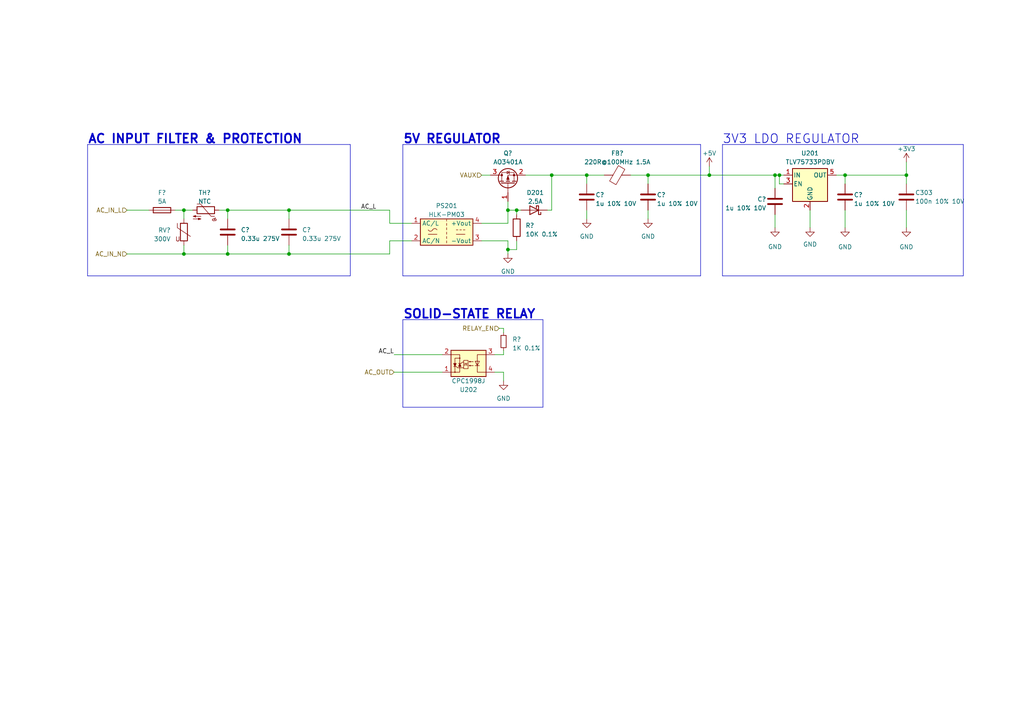
<source format=kicad_sch>
(kicad_sch (version 20230121) (generator eeschema)

  (uuid 79a3fe02-757b-46ad-8559-709acce8b50c)

  (paper "A4")

  (title_block
    (title "Digital_Timer_Switch")
    (date "2023-07-24")
    (rev "1.0")
    (company "sudo-junkie")
  )

  (lib_symbols
    (symbol "Converter_ACDC:HLK-PM03" (in_bom yes) (on_board yes)
      (property "Reference" "PS" (at 0 5.08 0)
        (effects (font (size 1.27 1.27)))
      )
      (property "Value" "HLK-PM03" (at 0 -5.08 0)
        (effects (font (size 1.27 1.27)))
      )
      (property "Footprint" "Converter_ACDC:Converter_ACDC_HiLink_HLK-PMxx" (at 0 -7.62 0)
        (effects (font (size 1.27 1.27)) hide)
      )
      (property "Datasheet" "http://www.hlktech.net/product_detail.php?ProId=59" (at 10.16 -8.89 0)
        (effects (font (size 1.27 1.27)) hide)
      )
      (property "ki_keywords" "AC/DC module power supply" (at 0 0 0)
        (effects (font (size 1.27 1.27)) hide)
      )
      (property "ki_description" "Compact AC/DC board mount power module 3W 3V3" (at 0 0 0)
        (effects (font (size 1.27 1.27)) hide)
      )
      (property "ki_fp_filters" "Converter*ACDC*HiLink*HLK?PM*" (at 0 0 0)
        (effects (font (size 1.27 1.27)) hide)
      )
      (symbol "HLK-PM03_0_1"
        (rectangle (start -7.62 3.81) (end 7.62 -3.81)
          (stroke (width 0.254) (type default))
          (fill (type background))
        )
        (arc (start -5.334 0.635) (mid -4.699 0.2495) (end -4.064 0.635)
          (stroke (width 0) (type default))
          (fill (type none))
        )
        (arc (start -2.794 0.635) (mid -3.429 1.0072) (end -4.064 0.635)
          (stroke (width 0) (type default))
          (fill (type none))
        )
        (polyline
          (pts
            (xy -5.334 -0.635)
            (xy -2.794 -0.635)
          )
          (stroke (width 0) (type default))
          (fill (type none))
        )
        (polyline
          (pts
            (xy 0 -2.54)
            (xy 0 -3.175)
          )
          (stroke (width 0) (type default))
          (fill (type none))
        )
        (polyline
          (pts
            (xy 0 -1.27)
            (xy 0 -1.905)
          )
          (stroke (width 0) (type default))
          (fill (type none))
        )
        (polyline
          (pts
            (xy 0 0)
            (xy 0 -0.635)
          )
          (stroke (width 0) (type default))
          (fill (type none))
        )
        (polyline
          (pts
            (xy 0 1.27)
            (xy 0 0.635)
          )
          (stroke (width 0) (type default))
          (fill (type none))
        )
        (polyline
          (pts
            (xy 0 2.54)
            (xy 0 1.905)
          )
          (stroke (width 0) (type default))
          (fill (type none))
        )
        (polyline
          (pts
            (xy 0 3.81)
            (xy 0 3.175)
          )
          (stroke (width 0) (type default))
          (fill (type none))
        )
        (polyline
          (pts
            (xy 2.794 -0.635)
            (xy 5.334 -0.635)
          )
          (stroke (width 0) (type default))
          (fill (type none))
        )
        (polyline
          (pts
            (xy 2.794 0.635)
            (xy 3.302 0.635)
          )
          (stroke (width 0) (type default))
          (fill (type none))
        )
        (polyline
          (pts
            (xy 3.81 0.635)
            (xy 4.318 0.635)
          )
          (stroke (width 0) (type default))
          (fill (type none))
        )
        (polyline
          (pts
            (xy 4.826 0.635)
            (xy 5.334 0.635)
          )
          (stroke (width 0) (type default))
          (fill (type none))
        )
      )
      (symbol "HLK-PM03_1_1"
        (pin power_in line (at -10.16 2.54 0) (length 2.54)
          (name "AC/L" (effects (font (size 1.27 1.27))))
          (number "1" (effects (font (size 1.27 1.27))))
        )
        (pin power_in line (at -10.16 -2.54 0) (length 2.54)
          (name "AC/N" (effects (font (size 1.27 1.27))))
          (number "2" (effects (font (size 1.27 1.27))))
        )
        (pin power_out line (at 10.16 -2.54 180) (length 2.54)
          (name "-Vout" (effects (font (size 1.27 1.27))))
          (number "3" (effects (font (size 1.27 1.27))))
        )
        (pin power_out line (at 10.16 2.54 180) (length 2.54)
          (name "+Vout" (effects (font (size 1.27 1.27))))
          (number "4" (effects (font (size 1.27 1.27))))
        )
      )
    )
    (symbol "Device:C" (pin_numbers hide) (pin_names (offset 0.254)) (in_bom yes) (on_board yes)
      (property "Reference" "C" (at 0.635 2.54 0)
        (effects (font (size 1.27 1.27)) (justify left))
      )
      (property "Value" "C" (at 0.635 -2.54 0)
        (effects (font (size 1.27 1.27)) (justify left))
      )
      (property "Footprint" "" (at 0.9652 -3.81 0)
        (effects (font (size 1.27 1.27)) hide)
      )
      (property "Datasheet" "~" (at 0 0 0)
        (effects (font (size 1.27 1.27)) hide)
      )
      (property "ki_keywords" "cap capacitor" (at 0 0 0)
        (effects (font (size 1.27 1.27)) hide)
      )
      (property "ki_description" "Unpolarized capacitor" (at 0 0 0)
        (effects (font (size 1.27 1.27)) hide)
      )
      (property "ki_fp_filters" "C_*" (at 0 0 0)
        (effects (font (size 1.27 1.27)) hide)
      )
      (symbol "C_0_1"
        (polyline
          (pts
            (xy -2.032 -0.762)
            (xy 2.032 -0.762)
          )
          (stroke (width 0.508) (type default))
          (fill (type none))
        )
        (polyline
          (pts
            (xy -2.032 0.762)
            (xy 2.032 0.762)
          )
          (stroke (width 0.508) (type default))
          (fill (type none))
        )
      )
      (symbol "C_1_1"
        (pin passive line (at 0 3.81 270) (length 2.794)
          (name "~" (effects (font (size 1.27 1.27))))
          (number "1" (effects (font (size 1.27 1.27))))
        )
        (pin passive line (at 0 -3.81 90) (length 2.794)
          (name "~" (effects (font (size 1.27 1.27))))
          (number "2" (effects (font (size 1.27 1.27))))
        )
      )
    )
    (symbol "Device:D_Schottky" (pin_numbers hide) (pin_names (offset 1.016) hide) (in_bom yes) (on_board yes)
      (property "Reference" "D" (at 0 2.54 0)
        (effects (font (size 1.27 1.27)))
      )
      (property "Value" "D_Schottky" (at 0 -2.54 0)
        (effects (font (size 1.27 1.27)))
      )
      (property "Footprint" "" (at 0 0 0)
        (effects (font (size 1.27 1.27)) hide)
      )
      (property "Datasheet" "~" (at 0 0 0)
        (effects (font (size 1.27 1.27)) hide)
      )
      (property "ki_keywords" "diode Schottky" (at 0 0 0)
        (effects (font (size 1.27 1.27)) hide)
      )
      (property "ki_description" "Schottky diode" (at 0 0 0)
        (effects (font (size 1.27 1.27)) hide)
      )
      (property "ki_fp_filters" "TO-???* *_Diode_* *SingleDiode* D_*" (at 0 0 0)
        (effects (font (size 1.27 1.27)) hide)
      )
      (symbol "D_Schottky_0_1"
        (polyline
          (pts
            (xy 1.27 0)
            (xy -1.27 0)
          )
          (stroke (width 0) (type default))
          (fill (type none))
        )
        (polyline
          (pts
            (xy 1.27 1.27)
            (xy 1.27 -1.27)
            (xy -1.27 0)
            (xy 1.27 1.27)
          )
          (stroke (width 0.254) (type default))
          (fill (type none))
        )
        (polyline
          (pts
            (xy -1.905 0.635)
            (xy -1.905 1.27)
            (xy -1.27 1.27)
            (xy -1.27 -1.27)
            (xy -0.635 -1.27)
            (xy -0.635 -0.635)
          )
          (stroke (width 0.254) (type default))
          (fill (type none))
        )
      )
      (symbol "D_Schottky_1_1"
        (pin passive line (at -3.81 0 0) (length 2.54)
          (name "K" (effects (font (size 1.27 1.27))))
          (number "1" (effects (font (size 1.27 1.27))))
        )
        (pin passive line (at 3.81 0 180) (length 2.54)
          (name "A" (effects (font (size 1.27 1.27))))
          (number "2" (effects (font (size 1.27 1.27))))
        )
      )
    )
    (symbol "Device:FerriteBead" (pin_numbers hide) (pin_names (offset 0)) (in_bom yes) (on_board yes)
      (property "Reference" "FB" (at -3.81 0.635 90)
        (effects (font (size 1.27 1.27)))
      )
      (property "Value" "FerriteBead" (at 3.81 0 90)
        (effects (font (size 1.27 1.27)))
      )
      (property "Footprint" "" (at -1.778 0 90)
        (effects (font (size 1.27 1.27)) hide)
      )
      (property "Datasheet" "~" (at 0 0 0)
        (effects (font (size 1.27 1.27)) hide)
      )
      (property "ki_keywords" "L ferrite bead inductor filter" (at 0 0 0)
        (effects (font (size 1.27 1.27)) hide)
      )
      (property "ki_description" "Ferrite bead" (at 0 0 0)
        (effects (font (size 1.27 1.27)) hide)
      )
      (property "ki_fp_filters" "Inductor_* L_* *Ferrite*" (at 0 0 0)
        (effects (font (size 1.27 1.27)) hide)
      )
      (symbol "FerriteBead_0_1"
        (polyline
          (pts
            (xy 0 -1.27)
            (xy 0 -1.2192)
          )
          (stroke (width 0) (type default))
          (fill (type none))
        )
        (polyline
          (pts
            (xy 0 1.27)
            (xy 0 1.2954)
          )
          (stroke (width 0) (type default))
          (fill (type none))
        )
        (polyline
          (pts
            (xy -2.7686 0.4064)
            (xy -1.7018 2.2606)
            (xy 2.7686 -0.3048)
            (xy 1.6764 -2.159)
            (xy -2.7686 0.4064)
          )
          (stroke (width 0) (type default))
          (fill (type none))
        )
      )
      (symbol "FerriteBead_1_1"
        (pin passive line (at 0 3.81 270) (length 2.54)
          (name "~" (effects (font (size 1.27 1.27))))
          (number "1" (effects (font (size 1.27 1.27))))
        )
        (pin passive line (at 0 -3.81 90) (length 2.54)
          (name "~" (effects (font (size 1.27 1.27))))
          (number "2" (effects (font (size 1.27 1.27))))
        )
      )
    )
    (symbol "Device:Fuse" (pin_numbers hide) (pin_names (offset 0)) (in_bom yes) (on_board yes)
      (property "Reference" "F" (at 2.032 0 90)
        (effects (font (size 1.27 1.27)))
      )
      (property "Value" "Fuse" (at -1.905 0 90)
        (effects (font (size 1.27 1.27)))
      )
      (property "Footprint" "" (at -1.778 0 90)
        (effects (font (size 1.27 1.27)) hide)
      )
      (property "Datasheet" "~" (at 0 0 0)
        (effects (font (size 1.27 1.27)) hide)
      )
      (property "ki_keywords" "fuse" (at 0 0 0)
        (effects (font (size 1.27 1.27)) hide)
      )
      (property "ki_description" "Fuse" (at 0 0 0)
        (effects (font (size 1.27 1.27)) hide)
      )
      (property "ki_fp_filters" "*Fuse*" (at 0 0 0)
        (effects (font (size 1.27 1.27)) hide)
      )
      (symbol "Fuse_0_1"
        (rectangle (start -0.762 -2.54) (end 0.762 2.54)
          (stroke (width 0.254) (type default))
          (fill (type none))
        )
        (polyline
          (pts
            (xy 0 2.54)
            (xy 0 -2.54)
          )
          (stroke (width 0) (type default))
          (fill (type none))
        )
      )
      (symbol "Fuse_1_1"
        (pin passive line (at 0 3.81 270) (length 1.27)
          (name "~" (effects (font (size 1.27 1.27))))
          (number "1" (effects (font (size 1.27 1.27))))
        )
        (pin passive line (at 0 -3.81 90) (length 1.27)
          (name "~" (effects (font (size 1.27 1.27))))
          (number "2" (effects (font (size 1.27 1.27))))
        )
      )
    )
    (symbol "Device:R" (pin_numbers hide) (pin_names (offset 0)) (in_bom yes) (on_board yes)
      (property "Reference" "R" (at 2.032 0 90)
        (effects (font (size 1.27 1.27)))
      )
      (property "Value" "R" (at 0 0 90)
        (effects (font (size 1.27 1.27)))
      )
      (property "Footprint" "" (at -1.778 0 90)
        (effects (font (size 1.27 1.27)) hide)
      )
      (property "Datasheet" "~" (at 0 0 0)
        (effects (font (size 1.27 1.27)) hide)
      )
      (property "ki_keywords" "R res resistor" (at 0 0 0)
        (effects (font (size 1.27 1.27)) hide)
      )
      (property "ki_description" "Resistor" (at 0 0 0)
        (effects (font (size 1.27 1.27)) hide)
      )
      (property "ki_fp_filters" "R_*" (at 0 0 0)
        (effects (font (size 1.27 1.27)) hide)
      )
      (symbol "R_0_1"
        (rectangle (start -1.016 -2.54) (end 1.016 2.54)
          (stroke (width 0.254) (type default))
          (fill (type none))
        )
      )
      (symbol "R_1_1"
        (pin passive line (at 0 3.81 270) (length 1.27)
          (name "~" (effects (font (size 1.27 1.27))))
          (number "1" (effects (font (size 1.27 1.27))))
        )
        (pin passive line (at 0 -3.81 90) (length 1.27)
          (name "~" (effects (font (size 1.27 1.27))))
          (number "2" (effects (font (size 1.27 1.27))))
        )
      )
    )
    (symbol "Device:R_Small" (pin_numbers hide) (pin_names (offset 0.254) hide) (in_bom yes) (on_board yes)
      (property "Reference" "R" (at 0.762 0.508 0)
        (effects (font (size 1.27 1.27)) (justify left))
      )
      (property "Value" "R_Small" (at 0.762 -1.016 0)
        (effects (font (size 1.27 1.27)) (justify left))
      )
      (property "Footprint" "" (at 0 0 0)
        (effects (font (size 1.27 1.27)) hide)
      )
      (property "Datasheet" "~" (at 0 0 0)
        (effects (font (size 1.27 1.27)) hide)
      )
      (property "ki_keywords" "R resistor" (at 0 0 0)
        (effects (font (size 1.27 1.27)) hide)
      )
      (property "ki_description" "Resistor, small symbol" (at 0 0 0)
        (effects (font (size 1.27 1.27)) hide)
      )
      (property "ki_fp_filters" "R_*" (at 0 0 0)
        (effects (font (size 1.27 1.27)) hide)
      )
      (symbol "R_Small_0_1"
        (rectangle (start -0.762 1.778) (end 0.762 -1.778)
          (stroke (width 0.2032) (type default))
          (fill (type none))
        )
      )
      (symbol "R_Small_1_1"
        (pin passive line (at 0 2.54 270) (length 0.762)
          (name "~" (effects (font (size 1.27 1.27))))
          (number "1" (effects (font (size 1.27 1.27))))
        )
        (pin passive line (at 0 -2.54 90) (length 0.762)
          (name "~" (effects (font (size 1.27 1.27))))
          (number "2" (effects (font (size 1.27 1.27))))
        )
      )
    )
    (symbol "Device:Thermistor_NTC" (pin_numbers hide) (pin_names (offset 0)) (in_bom yes) (on_board yes)
      (property "Reference" "TH" (at -4.445 0 90)
        (effects (font (size 1.27 1.27)))
      )
      (property "Value" "Thermistor_NTC" (at 3.175 0 90)
        (effects (font (size 1.27 1.27)))
      )
      (property "Footprint" "" (at 0 1.27 0)
        (effects (font (size 1.27 1.27)) hide)
      )
      (property "Datasheet" "~" (at 0 1.27 0)
        (effects (font (size 1.27 1.27)) hide)
      )
      (property "ki_keywords" "thermistor NTC resistor sensor RTD" (at 0 0 0)
        (effects (font (size 1.27 1.27)) hide)
      )
      (property "ki_description" "Temperature dependent resistor, negative temperature coefficient" (at 0 0 0)
        (effects (font (size 1.27 1.27)) hide)
      )
      (property "ki_fp_filters" "*NTC* *Thermistor* PIN?ARRAY* bornier* *Terminal?Block* R_*" (at 0 0 0)
        (effects (font (size 1.27 1.27)) hide)
      )
      (symbol "Thermistor_NTC_0_1"
        (arc (start -3.048 2.159) (mid -3.0495 2.3143) (end -3.175 2.413)
          (stroke (width 0) (type default))
          (fill (type none))
        )
        (arc (start -3.048 2.159) (mid -2.9736 1.9794) (end -2.794 1.905)
          (stroke (width 0) (type default))
          (fill (type none))
        )
        (arc (start -3.048 2.794) (mid -2.9736 2.6144) (end -2.794 2.54)
          (stroke (width 0) (type default))
          (fill (type none))
        )
        (arc (start -2.794 1.905) (mid -2.6144 1.9794) (end -2.54 2.159)
          (stroke (width 0) (type default))
          (fill (type none))
        )
        (arc (start -2.794 2.54) (mid -2.4393 2.5587) (end -2.159 2.794)
          (stroke (width 0) (type default))
          (fill (type none))
        )
        (arc (start -2.794 3.048) (mid -2.9736 2.9736) (end -3.048 2.794)
          (stroke (width 0) (type default))
          (fill (type none))
        )
        (arc (start -2.54 2.794) (mid -2.6144 2.9736) (end -2.794 3.048)
          (stroke (width 0) (type default))
          (fill (type none))
        )
        (rectangle (start -1.016 2.54) (end 1.016 -2.54)
          (stroke (width 0.254) (type default))
          (fill (type none))
        )
        (polyline
          (pts
            (xy -2.54 2.159)
            (xy -2.54 2.794)
          )
          (stroke (width 0) (type default))
          (fill (type none))
        )
        (polyline
          (pts
            (xy -1.778 2.54)
            (xy -1.778 1.524)
            (xy 1.778 -1.524)
            (xy 1.778 -2.54)
          )
          (stroke (width 0) (type default))
          (fill (type none))
        )
        (polyline
          (pts
            (xy -2.54 -3.683)
            (xy -2.54 -1.397)
            (xy -2.794 -2.159)
            (xy -2.286 -2.159)
            (xy -2.54 -1.397)
            (xy -2.54 -1.651)
          )
          (stroke (width 0) (type default))
          (fill (type outline))
        )
        (polyline
          (pts
            (xy -1.778 -1.397)
            (xy -1.778 -3.683)
            (xy -2.032 -2.921)
            (xy -1.524 -2.921)
            (xy -1.778 -3.683)
            (xy -1.778 -3.429)
          )
          (stroke (width 0) (type default))
          (fill (type outline))
        )
      )
      (symbol "Thermistor_NTC_1_1"
        (pin passive line (at 0 3.81 270) (length 1.27)
          (name "~" (effects (font (size 1.27 1.27))))
          (number "1" (effects (font (size 1.27 1.27))))
        )
        (pin passive line (at 0 -3.81 90) (length 1.27)
          (name "~" (effects (font (size 1.27 1.27))))
          (number "2" (effects (font (size 1.27 1.27))))
        )
      )
    )
    (symbol "Device:Varistor" (pin_numbers hide) (pin_names (offset 0)) (in_bom yes) (on_board yes)
      (property "Reference" "RV" (at 3.175 0 90)
        (effects (font (size 1.27 1.27)))
      )
      (property "Value" "Varistor" (at -3.175 0 90)
        (effects (font (size 1.27 1.27)))
      )
      (property "Footprint" "" (at -1.778 0 90)
        (effects (font (size 1.27 1.27)) hide)
      )
      (property "Datasheet" "~" (at 0 0 0)
        (effects (font (size 1.27 1.27)) hide)
      )
      (property "ki_keywords" "VDR resistance" (at 0 0 0)
        (effects (font (size 1.27 1.27)) hide)
      )
      (property "ki_description" "Voltage dependent resistor" (at 0 0 0)
        (effects (font (size 1.27 1.27)) hide)
      )
      (property "ki_fp_filters" "RV_* Varistor*" (at 0 0 0)
        (effects (font (size 1.27 1.27)) hide)
      )
      (symbol "Varistor_0_0"
        (text "U" (at -1.778 -2.032 0)
          (effects (font (size 1.27 1.27)))
        )
      )
      (symbol "Varistor_0_1"
        (rectangle (start -1.016 -2.54) (end 1.016 2.54)
          (stroke (width 0.254) (type default))
          (fill (type none))
        )
        (polyline
          (pts
            (xy -1.905 2.54)
            (xy -1.905 1.27)
            (xy 1.905 -1.27)
          )
          (stroke (width 0) (type default))
          (fill (type none))
        )
      )
      (symbol "Varistor_1_1"
        (pin passive line (at 0 3.81 270) (length 1.27)
          (name "~" (effects (font (size 1.27 1.27))))
          (number "1" (effects (font (size 1.27 1.27))))
        )
        (pin passive line (at 0 -3.81 90) (length 1.27)
          (name "~" (effects (font (size 1.27 1.27))))
          (number "2" (effects (font (size 1.27 1.27))))
        )
      )
    )
    (symbol "My_Relay_SolidState:CPC1998J" (in_bom yes) (on_board yes)
      (property "Reference" "U" (at 0 7.62 0)
        (effects (font (size 1.27 1.27)))
      )
      (property "Value" "CPC1998J" (at 0 -5.08 0)
        (effects (font (size 1.27 1.27)))
      )
      (property "Footprint" "My_Relay_SolidState:CPC1998J" (at 0.889 -6.731 0)
        (effects (font (size 1.27 1.27)) hide)
      )
      (property "Datasheet" "https://www.ixysic.com/home/pdfs.nsf/www/CPC1998J.pdf/$file/CPC1998J.pdf" (at 0.762 5.334 0)
        (effects (font (size 1.27 1.27)) hide)
      )
      (symbol "CPC1998J_0_1"
        (rectangle (start -5.08 3.81) (end 5.08 -3.81)
          (stroke (width 0.254) (type default))
          (fill (type background))
        )
        (circle (center -3.937 2.54) (radius 0.127)
          (stroke (width 0) (type default))
          (fill (type none))
        )
        (circle (center -2.54 -1.524) (radius 0.127)
          (stroke (width 0) (type default))
          (fill (type none))
        )
        (polyline
          (pts
            (xy 1.905 0.635)
            (xy 3.175 0.635)
          )
          (stroke (width 0) (type default))
          (fill (type none))
        )
        (polyline
          (pts
            (xy -4.953 2.54)
            (xy -3.937 2.54)
            (xy -3.937 -1.524)
            (xy -2.54 -1.524)
          )
          (stroke (width 0) (type default))
          (fill (type none))
        )
        (polyline
          (pts
            (xy -4.318 0.889)
            (xy -3.556 0.889)
            (xy -3.175 1.27)
            (xy -1.397 1.27)
          )
          (stroke (width 0) (type default))
          (fill (type none))
        )
        (polyline
          (pts
            (xy -3.937 2.54)
            (xy -2.54 2.54)
            (xy -2.54 -2.54)
            (xy -5.08 -2.54)
          )
          (stroke (width 0) (type default))
          (fill (type none))
        )
        (polyline
          (pts
            (xy -2.921 0)
            (xy -2.159 0)
            (xy -1.778 -0.381)
            (xy -1.397 -0.381)
          )
          (stroke (width 0) (type default))
          (fill (type none))
        )
        (polyline
          (pts
            (xy 2.54 0.635)
            (xy 1.905 -0.635)
            (xy 3.175 -0.635)
            (xy 2.54 0.635)
          )
          (stroke (width 0) (type default))
          (fill (type none))
        )
        (polyline
          (pts
            (xy 5.08 2.54)
            (xy 2.54 2.54)
            (xy 2.54 -2.54)
            (xy 5.08 -2.54)
          )
          (stroke (width 0) (type default))
          (fill (type none))
        )
        (polyline
          (pts
            (xy -4.318 0)
            (xy -3.556 0)
            (xy -3.937 0.889)
            (xy -4.318 0)
            (xy -4.318 0)
          )
          (stroke (width 0) (type default))
          (fill (type outline))
        )
        (polyline
          (pts
            (xy -2.159 0.889)
            (xy -2.921 0.889)
            (xy -2.54 0)
            (xy -2.159 0.889)
            (xy -2.159 0.889)
          )
          (stroke (width 0) (type default))
          (fill (type outline))
        )
        (polyline
          (pts
            (xy -1.397 1.524)
            (xy -1.397 -0.889)
            (xy -0.127 -0.889)
            (xy -0.127 1.524)
            (xy -1.397 1.524)
          )
          (stroke (width 0) (type default))
          (fill (type none))
        )
        (polyline
          (pts
            (xy 1.397 -0.508)
            (xy 0.127 -0.508)
            (xy 0.508 -0.635)
            (xy 0.508 -0.381)
            (xy 0.127 -0.508)
          )
          (stroke (width 0) (type default))
          (fill (type none))
        )
        (polyline
          (pts
            (xy 1.397 0.635)
            (xy 0.127 0.635)
            (xy 0.508 0.508)
            (xy 0.508 0.762)
            (xy 0.127 0.635)
          )
          (stroke (width 0) (type default))
          (fill (type none))
        )
        (text "ZC" (at -0.762 0.254 0)
          (effects (font (size 0.5 0.5)))
        )
      )
      (symbol "CPC1998J_1_1"
        (pin passive line (at -7.62 2.54 0) (length 2.54)
          (name "~" (effects (font (size 1.27 1.27))))
          (number "1" (effects (font (size 1.27 1.27))))
        )
        (pin passive line (at -7.62 -2.54 0) (length 2.54)
          (name "~" (effects (font (size 1.27 1.27))))
          (number "2" (effects (font (size 1.27 1.27))))
        )
        (pin passive line (at 7.62 -2.54 180) (length 2.54)
          (name "~" (effects (font (size 1.27 1.27))))
          (number "3" (effects (font (size 1.27 1.27))))
        )
        (pin passive line (at 7.62 2.54 180) (length 2.54)
          (name "~" (effects (font (size 1.27 1.27))))
          (number "4" (effects (font (size 1.27 1.27))))
        )
      )
    )
    (symbol "Regulator_Linear:TLV75733PDBV" (pin_names (offset 0.254)) (in_bom yes) (on_board yes)
      (property "Reference" "U" (at -3.81 5.715 0)
        (effects (font (size 1.27 1.27)))
      )
      (property "Value" "TLV75733PDBV" (at 0 5.715 0)
        (effects (font (size 1.27 1.27)) (justify left))
      )
      (property "Footprint" "Package_TO_SOT_SMD:SOT-23-5" (at 0 8.255 0)
        (effects (font (size 1.27 1.27) italic) hide)
      )
      (property "Datasheet" "https://www.ti.com/lit/ds/symlink/tlv757p.pdf" (at 0 1.27 0)
        (effects (font (size 1.27 1.27)) hide)
      )
      (property "ki_keywords" "LDO Regulator Fixed Positive" (at 0 0 0)
        (effects (font (size 1.27 1.27)) hide)
      )
      (property "ki_description" "1A Low IQ Small Size Low Dropout Voltage Regulator, Fixed Output 3.3V, SOT-23-5" (at 0 0 0)
        (effects (font (size 1.27 1.27)) hide)
      )
      (property "ki_fp_filters" "SOT?23*" (at 0 0 0)
        (effects (font (size 1.27 1.27)) hide)
      )
      (symbol "TLV75733PDBV_0_1"
        (rectangle (start -5.08 4.445) (end 5.08 -5.08)
          (stroke (width 0.254) (type default))
          (fill (type background))
        )
      )
      (symbol "TLV75733PDBV_1_1"
        (pin power_in line (at -7.62 2.54 0) (length 2.54)
          (name "IN" (effects (font (size 1.27 1.27))))
          (number "1" (effects (font (size 1.27 1.27))))
        )
        (pin power_in line (at 0 -7.62 90) (length 2.54)
          (name "GND" (effects (font (size 1.27 1.27))))
          (number "2" (effects (font (size 1.27 1.27))))
        )
        (pin input line (at -7.62 0 0) (length 2.54)
          (name "EN" (effects (font (size 1.27 1.27))))
          (number "3" (effects (font (size 1.27 1.27))))
        )
        (pin no_connect line (at 5.08 0 180) (length 2.54) hide
          (name "NC" (effects (font (size 1.27 1.27))))
          (number "4" (effects (font (size 1.27 1.27))))
        )
        (pin power_out line (at 7.62 2.54 180) (length 2.54)
          (name "OUT" (effects (font (size 1.27 1.27))))
          (number "5" (effects (font (size 1.27 1.27))))
        )
      )
    )
    (symbol "Transistor_FET:AO3401A" (pin_names hide) (in_bom yes) (on_board yes)
      (property "Reference" "Q" (at 5.08 1.905 0)
        (effects (font (size 1.27 1.27)) (justify left))
      )
      (property "Value" "AO3401A" (at 5.08 0 0)
        (effects (font (size 1.27 1.27)) (justify left))
      )
      (property "Footprint" "Package_TO_SOT_SMD:SOT-23" (at 5.08 -1.905 0)
        (effects (font (size 1.27 1.27) italic) (justify left) hide)
      )
      (property "Datasheet" "http://www.aosmd.com/pdfs/datasheet/AO3401A.pdf" (at 0 0 0)
        (effects (font (size 1.27 1.27)) (justify left) hide)
      )
      (property "ki_keywords" "P-Channel MOSFET" (at 0 0 0)
        (effects (font (size 1.27 1.27)) hide)
      )
      (property "ki_description" "-4.0A Id, -30V Vds, P-Channel MOSFET, SOT-23" (at 0 0 0)
        (effects (font (size 1.27 1.27)) hide)
      )
      (property "ki_fp_filters" "SOT?23*" (at 0 0 0)
        (effects (font (size 1.27 1.27)) hide)
      )
      (symbol "AO3401A_0_1"
        (polyline
          (pts
            (xy 0.254 0)
            (xy -2.54 0)
          )
          (stroke (width 0) (type default))
          (fill (type none))
        )
        (polyline
          (pts
            (xy 0.254 1.905)
            (xy 0.254 -1.905)
          )
          (stroke (width 0.254) (type default))
          (fill (type none))
        )
        (polyline
          (pts
            (xy 0.762 -1.27)
            (xy 0.762 -2.286)
          )
          (stroke (width 0.254) (type default))
          (fill (type none))
        )
        (polyline
          (pts
            (xy 0.762 0.508)
            (xy 0.762 -0.508)
          )
          (stroke (width 0.254) (type default))
          (fill (type none))
        )
        (polyline
          (pts
            (xy 0.762 2.286)
            (xy 0.762 1.27)
          )
          (stroke (width 0.254) (type default))
          (fill (type none))
        )
        (polyline
          (pts
            (xy 2.54 2.54)
            (xy 2.54 1.778)
          )
          (stroke (width 0) (type default))
          (fill (type none))
        )
        (polyline
          (pts
            (xy 2.54 -2.54)
            (xy 2.54 0)
            (xy 0.762 0)
          )
          (stroke (width 0) (type default))
          (fill (type none))
        )
        (polyline
          (pts
            (xy 0.762 1.778)
            (xy 3.302 1.778)
            (xy 3.302 -1.778)
            (xy 0.762 -1.778)
          )
          (stroke (width 0) (type default))
          (fill (type none))
        )
        (polyline
          (pts
            (xy 2.286 0)
            (xy 1.27 0.381)
            (xy 1.27 -0.381)
            (xy 2.286 0)
          )
          (stroke (width 0) (type default))
          (fill (type outline))
        )
        (polyline
          (pts
            (xy 2.794 -0.508)
            (xy 2.921 -0.381)
            (xy 3.683 -0.381)
            (xy 3.81 -0.254)
          )
          (stroke (width 0) (type default))
          (fill (type none))
        )
        (polyline
          (pts
            (xy 3.302 -0.381)
            (xy 2.921 0.254)
            (xy 3.683 0.254)
            (xy 3.302 -0.381)
          )
          (stroke (width 0) (type default))
          (fill (type none))
        )
        (circle (center 1.651 0) (radius 2.794)
          (stroke (width 0.254) (type default))
          (fill (type none))
        )
        (circle (center 2.54 -1.778) (radius 0.254)
          (stroke (width 0) (type default))
          (fill (type outline))
        )
        (circle (center 2.54 1.778) (radius 0.254)
          (stroke (width 0) (type default))
          (fill (type outline))
        )
      )
      (symbol "AO3401A_1_1"
        (pin input line (at -5.08 0 0) (length 2.54)
          (name "G" (effects (font (size 1.27 1.27))))
          (number "1" (effects (font (size 1.27 1.27))))
        )
        (pin passive line (at 2.54 -5.08 90) (length 2.54)
          (name "S" (effects (font (size 1.27 1.27))))
          (number "2" (effects (font (size 1.27 1.27))))
        )
        (pin passive line (at 2.54 5.08 270) (length 2.54)
          (name "D" (effects (font (size 1.27 1.27))))
          (number "3" (effects (font (size 1.27 1.27))))
        )
      )
    )
    (symbol "power:+3V3" (power) (pin_names (offset 0)) (in_bom yes) (on_board yes)
      (property "Reference" "#PWR" (at 0 -3.81 0)
        (effects (font (size 1.27 1.27)) hide)
      )
      (property "Value" "+3V3" (at 0 3.556 0)
        (effects (font (size 1.27 1.27)))
      )
      (property "Footprint" "" (at 0 0 0)
        (effects (font (size 1.27 1.27)) hide)
      )
      (property "Datasheet" "" (at 0 0 0)
        (effects (font (size 1.27 1.27)) hide)
      )
      (property "ki_keywords" "global power" (at 0 0 0)
        (effects (font (size 1.27 1.27)) hide)
      )
      (property "ki_description" "Power symbol creates a global label with name \"+3V3\"" (at 0 0 0)
        (effects (font (size 1.27 1.27)) hide)
      )
      (symbol "+3V3_0_1"
        (polyline
          (pts
            (xy -0.762 1.27)
            (xy 0 2.54)
          )
          (stroke (width 0) (type default))
          (fill (type none))
        )
        (polyline
          (pts
            (xy 0 0)
            (xy 0 2.54)
          )
          (stroke (width 0) (type default))
          (fill (type none))
        )
        (polyline
          (pts
            (xy 0 2.54)
            (xy 0.762 1.27)
          )
          (stroke (width 0) (type default))
          (fill (type none))
        )
      )
      (symbol "+3V3_1_1"
        (pin power_in line (at 0 0 90) (length 0) hide
          (name "+3V3" (effects (font (size 1.27 1.27))))
          (number "1" (effects (font (size 1.27 1.27))))
        )
      )
    )
    (symbol "power:+5V" (power) (pin_names (offset 0)) (in_bom yes) (on_board yes)
      (property "Reference" "#PWR" (at 0 -3.81 0)
        (effects (font (size 1.27 1.27)) hide)
      )
      (property "Value" "+5V" (at 0 3.556 0)
        (effects (font (size 1.27 1.27)))
      )
      (property "Footprint" "" (at 0 0 0)
        (effects (font (size 1.27 1.27)) hide)
      )
      (property "Datasheet" "" (at 0 0 0)
        (effects (font (size 1.27 1.27)) hide)
      )
      (property "ki_keywords" "global power" (at 0 0 0)
        (effects (font (size 1.27 1.27)) hide)
      )
      (property "ki_description" "Power symbol creates a global label with name \"+5V\"" (at 0 0 0)
        (effects (font (size 1.27 1.27)) hide)
      )
      (symbol "+5V_0_1"
        (polyline
          (pts
            (xy -0.762 1.27)
            (xy 0 2.54)
          )
          (stroke (width 0) (type default))
          (fill (type none))
        )
        (polyline
          (pts
            (xy 0 0)
            (xy 0 2.54)
          )
          (stroke (width 0) (type default))
          (fill (type none))
        )
        (polyline
          (pts
            (xy 0 2.54)
            (xy 0.762 1.27)
          )
          (stroke (width 0) (type default))
          (fill (type none))
        )
      )
      (symbol "+5V_1_1"
        (pin power_in line (at 0 0 90) (length 0) hide
          (name "+5V" (effects (font (size 1.27 1.27))))
          (number "1" (effects (font (size 1.27 1.27))))
        )
      )
    )
    (symbol "power:GND" (power) (pin_names (offset 0)) (in_bom yes) (on_board yes)
      (property "Reference" "#PWR" (at 0 -6.35 0)
        (effects (font (size 1.27 1.27)) hide)
      )
      (property "Value" "GND" (at 0 -3.81 0)
        (effects (font (size 1.27 1.27)))
      )
      (property "Footprint" "" (at 0 0 0)
        (effects (font (size 1.27 1.27)) hide)
      )
      (property "Datasheet" "" (at 0 0 0)
        (effects (font (size 1.27 1.27)) hide)
      )
      (property "ki_keywords" "global power" (at 0 0 0)
        (effects (font (size 1.27 1.27)) hide)
      )
      (property "ki_description" "Power symbol creates a global label with name \"GND\" , ground" (at 0 0 0)
        (effects (font (size 1.27 1.27)) hide)
      )
      (symbol "GND_0_1"
        (polyline
          (pts
            (xy 0 0)
            (xy 0 -1.27)
            (xy 1.27 -1.27)
            (xy 0 -2.54)
            (xy -1.27 -1.27)
            (xy 0 -1.27)
          )
          (stroke (width 0) (type default))
          (fill (type none))
        )
      )
      (symbol "GND_1_1"
        (pin power_in line (at 0 0 270) (length 0) hide
          (name "GND" (effects (font (size 1.27 1.27))))
          (number "1" (effects (font (size 1.27 1.27))))
        )
      )
    )
  )

  (junction (at 224.79 50.8) (diameter 0) (color 0 0 0 0)
    (uuid 119c8c17-abd0-4bb4-a627-f7ec83729af8)
  )
  (junction (at 160.02 50.8) (diameter 0) (color 0 0 0 0)
    (uuid 14e9c6c2-f725-472d-8b33-45f286abeee3)
  )
  (junction (at 53.34 60.96) (diameter 0) (color 0 0 0 0)
    (uuid 1fafbf25-62d0-49d1-bf9a-32ce83cb4054)
  )
  (junction (at 147.32 60.96) (diameter 0) (color 0 0 0 0)
    (uuid 23e80e74-0c9d-454d-8c48-cce28f4d2790)
  )
  (junction (at 187.96 50.8) (diameter 0) (color 0 0 0 0)
    (uuid 273e3591-e6a2-4ef9-a9d2-0f3557898633)
  )
  (junction (at 170.18 50.8) (diameter 0) (color 0 0 0 0)
    (uuid 30f40ce3-3821-47dc-a6cc-5e18b2924008)
  )
  (junction (at 53.34 73.66) (diameter 0) (color 0 0 0 0)
    (uuid 313c4ae1-22ed-4d44-83fb-ac818a411158)
  )
  (junction (at 205.74 50.8) (diameter 0) (color 0 0 0 0)
    (uuid 6aeb90a6-e485-43f7-8e2e-bec0db1d2aad)
  )
  (junction (at 147.32 72.39) (diameter 0) (color 0 0 0 0)
    (uuid 6b1e6425-8435-4bb8-9939-1d4b7a9c5091)
  )
  (junction (at 245.11 50.8) (diameter 0) (color 0 0 0 0)
    (uuid 893960cc-efc0-4fca-865d-2f5515111a08)
  )
  (junction (at 83.82 60.96) (diameter 0) (color 0 0 0 0)
    (uuid 9aa0c030-bf1a-47fa-a666-e4bb213f10a1)
  )
  (junction (at 149.86 60.96) (diameter 0) (color 0 0 0 0)
    (uuid add0c1ab-94d1-4a76-9cb8-da43d29f3f46)
  )
  (junction (at 226.06 50.8) (diameter 0) (color 0 0 0 0)
    (uuid bba1b221-d53b-4ba7-9a47-086845224cdc)
  )
  (junction (at 262.89 50.8) (diameter 0) (color 0 0 0 0)
    (uuid c84855d6-9c74-4018-8dcd-9d5dc6b978b1)
  )
  (junction (at 83.82 73.66) (diameter 0) (color 0 0 0 0)
    (uuid dbf94f51-5668-4cf3-8dd3-b0e759035b30)
  )
  (junction (at 66.04 73.66) (diameter 0) (color 0 0 0 0)
    (uuid e47de681-d2e0-4bf7-ac51-49aafe256350)
  )
  (junction (at 66.04 60.96) (diameter 0) (color 0 0 0 0)
    (uuid ec596488-e89d-46db-980a-81df7643febc)
  )

  (wire (pts (xy 66.04 71.12) (xy 66.04 73.66))
    (stroke (width 0) (type default))
    (uuid 04c28fca-9437-4e11-ac50-3fc3084e9ffa)
  )
  (polyline (pts (xy 279.4 41.91) (xy 279.4 80.01))
    (stroke (width 0) (type default))
    (uuid 08f32587-832c-44cb-ad37-df7c38915156)
  )
  (polyline (pts (xy 116.84 41.91) (xy 203.2 41.91))
    (stroke (width 0) (type default))
    (uuid 0c57d754-ae68-4e6b-b508-717670471080)
  )
  (polyline (pts (xy 101.6 41.91) (xy 101.6 80.01))
    (stroke (width 0) (type default))
    (uuid 0fcf6570-be13-43f2-9f69-8271f80c6fc3)
  )

  (wire (pts (xy 262.89 53.34) (xy 262.89 50.8))
    (stroke (width 0) (type default))
    (uuid 125eaa16-79a0-4d83-bfe8-8f25d3404fee)
  )
  (wire (pts (xy 170.18 60.96) (xy 170.18 63.5))
    (stroke (width 0) (type default))
    (uuid 12766ad6-fab0-49ea-b472-8810dc684995)
  )
  (wire (pts (xy 160.02 50.8) (xy 170.18 50.8))
    (stroke (width 0) (type default))
    (uuid 16c3f1e5-4c7e-4df1-852d-8bb11bd36313)
  )
  (polyline (pts (xy 203.2 80.01) (xy 116.84 80.01))
    (stroke (width 0) (type default))
    (uuid 17fc73c1-117e-45b5-90b3-d095ece1f67d)
  )

  (wire (pts (xy 151.13 60.96) (xy 149.86 60.96))
    (stroke (width 0) (type default))
    (uuid 1b5af8ff-800e-4c19-87de-f99e74d1b040)
  )
  (polyline (pts (xy 116.84 41.91) (xy 116.84 80.01))
    (stroke (width 0) (type default))
    (uuid 1e011025-f026-4891-9d2e-878aee65ff3a)
  )

  (wire (pts (xy 114.3 102.87) (xy 128.27 102.87))
    (stroke (width 0) (type default))
    (uuid 2817320e-1f75-46d3-b1ca-b2169649273d)
  )
  (wire (pts (xy 187.96 50.8) (xy 187.96 53.34))
    (stroke (width 0) (type default))
    (uuid 2a5bfb20-0219-4b0c-a13c-0bbb99c43395)
  )
  (wire (pts (xy 147.32 60.96) (xy 149.86 60.96))
    (stroke (width 0) (type default))
    (uuid 2b22088e-540e-4b98-9068-f8b608a5fb4c)
  )
  (wire (pts (xy 53.34 60.96) (xy 55.88 60.96))
    (stroke (width 0) (type default))
    (uuid 2d3a77d7-0e2e-424d-bb13-78c23cc1f950)
  )
  (polyline (pts (xy 209.55 41.91) (xy 279.4 41.91))
    (stroke (width 0) (type default))
    (uuid 383bf91d-1752-4eb6-9bb6-f9efa9306b76)
  )
  (polyline (pts (xy 101.6 80.01) (xy 25.4 80.01))
    (stroke (width 0) (type default))
    (uuid 3ae52f7e-373c-4266-a25e-4d179c894ca1)
  )
  (polyline (pts (xy 203.2 41.91) (xy 203.2 80.01))
    (stroke (width 0) (type default))
    (uuid 3d65389f-6b94-4195-b0a4-0d28b4fddf47)
  )

  (wire (pts (xy 226.06 50.8) (xy 227.33 50.8))
    (stroke (width 0) (type default))
    (uuid 3e0d5089-89aa-40db-9989-bd238105ab21)
  )
  (wire (pts (xy 114.3 107.95) (xy 128.27 107.95))
    (stroke (width 0) (type default))
    (uuid 42fbde78-9b77-4c3a-aa83-fc0e3cbc8456)
  )
  (wire (pts (xy 53.34 73.66) (xy 66.04 73.66))
    (stroke (width 0) (type default))
    (uuid 435a9628-79ea-4793-9c00-b73d4c8a2a3c)
  )
  (wire (pts (xy 170.18 50.8) (xy 170.18 53.34))
    (stroke (width 0) (type default))
    (uuid 453d247a-62b9-4913-b0eb-5427ffc4af63)
  )
  (wire (pts (xy 160.02 60.96) (xy 160.02 50.8))
    (stroke (width 0) (type default))
    (uuid 4598d8da-d44e-4049-9f91-9ec85582def6)
  )
  (wire (pts (xy 170.18 50.8) (xy 175.26 50.8))
    (stroke (width 0) (type default))
    (uuid 46f21023-0272-43a6-8e64-0b1701add6ae)
  )
  (wire (pts (xy 66.04 60.96) (xy 83.82 60.96))
    (stroke (width 0) (type default))
    (uuid 4704f3e2-81a2-4a17-9283-af5e975c0ba0)
  )
  (wire (pts (xy 66.04 60.96) (xy 66.04 63.5))
    (stroke (width 0) (type default))
    (uuid 5276697a-c700-4d87-ab9d-32336b8df7e6)
  )
  (wire (pts (xy 53.34 71.12) (xy 53.34 73.66))
    (stroke (width 0) (type default))
    (uuid 52bcaba3-4883-4e6b-9394-8859ba567d31)
  )
  (wire (pts (xy 147.32 58.42) (xy 147.32 60.96))
    (stroke (width 0) (type default))
    (uuid 5dc1e61a-e07d-41ee-ba54-06a9d8b095cb)
  )
  (wire (pts (xy 245.11 50.8) (xy 262.89 50.8))
    (stroke (width 0) (type default))
    (uuid 5e810726-fcd5-4513-a0da-6edd50c4b03e)
  )
  (wire (pts (xy 63.5 60.96) (xy 66.04 60.96))
    (stroke (width 0) (type default))
    (uuid 5ec3bd35-57b0-4af3-b110-9160c5177413)
  )
  (polyline (pts (xy 157.48 118.11) (xy 116.84 118.11))
    (stroke (width 0) (type default))
    (uuid 60d0cc4b-0a40-4300-8585-bfbc16a9e778)
  )

  (wire (pts (xy 147.32 69.85) (xy 147.32 72.39))
    (stroke (width 0) (type default))
    (uuid 63c1afd0-26f0-4104-8ff6-b59b37d40118)
  )
  (wire (pts (xy 139.7 64.77) (xy 147.32 64.77))
    (stroke (width 0) (type default))
    (uuid 6a8c5c1b-464f-4b8f-9899-39c63706696f)
  )
  (wire (pts (xy 83.82 71.12) (xy 83.82 73.66))
    (stroke (width 0) (type default))
    (uuid 6e0ab3bb-0875-471e-9ac6-27e72372dc73)
  )
  (polyline (pts (xy 157.48 92.71) (xy 157.48 118.11))
    (stroke (width 0) (type default))
    (uuid 7e394f7b-158f-4f03-879e-f4cb12ac324f)
  )

  (wire (pts (xy 36.83 60.96) (xy 43.18 60.96))
    (stroke (width 0) (type default))
    (uuid 81a9946d-0869-465e-9325-8818a45b7656)
  )
  (wire (pts (xy 66.04 73.66) (xy 83.82 73.66))
    (stroke (width 0) (type default))
    (uuid 83c9bec5-4e87-4725-94a7-1ce691ed5651)
  )
  (wire (pts (xy 158.75 60.96) (xy 160.02 60.96))
    (stroke (width 0) (type default))
    (uuid 851e8b51-9c47-4401-9ca7-ce28d68a5f90)
  )
  (wire (pts (xy 262.89 60.96) (xy 262.89 66.04))
    (stroke (width 0) (type default))
    (uuid 85d50942-4fe6-4f65-82d2-a5d0146a801e)
  )
  (wire (pts (xy 143.51 102.87) (xy 146.05 102.87))
    (stroke (width 0) (type default))
    (uuid 8905e056-3b84-43a8-a6da-a76ef4540576)
  )
  (polyline (pts (xy 116.84 92.71) (xy 116.84 118.11))
    (stroke (width 0) (type default))
    (uuid 8a090ab2-df05-4298-944e-4dd3bb1f66ba)
  )
  (polyline (pts (xy 279.4 80.01) (xy 209.55 80.01))
    (stroke (width 0) (type default))
    (uuid 8cc31360-791c-4ddd-96a4-49235dec28ce)
  )

  (wire (pts (xy 113.03 64.77) (xy 113.03 60.96))
    (stroke (width 0) (type default))
    (uuid 963f21ca-55ee-4f3b-97fc-6c0ae472ade4)
  )
  (wire (pts (xy 187.96 50.8) (xy 205.74 50.8))
    (stroke (width 0) (type default))
    (uuid 990b3473-31d1-47d2-920d-7b27f9152253)
  )
  (wire (pts (xy 113.03 73.66) (xy 83.82 73.66))
    (stroke (width 0) (type default))
    (uuid 9997fda8-b67c-419d-ace8-3eb67212c771)
  )
  (wire (pts (xy 205.74 48.26) (xy 205.74 50.8))
    (stroke (width 0) (type default))
    (uuid 9b7d2112-373b-4e51-bf78-ad265d0b0eb2)
  )
  (wire (pts (xy 205.74 50.8) (xy 224.79 50.8))
    (stroke (width 0) (type default))
    (uuid 9ce0f5fe-0bd5-4e73-853d-07793bebf0b2)
  )
  (wire (pts (xy 113.03 69.85) (xy 119.38 69.85))
    (stroke (width 0) (type default))
    (uuid 9de0e58b-0d4a-4ec7-a1cd-77cf191dd177)
  )
  (wire (pts (xy 245.11 50.8) (xy 242.57 50.8))
    (stroke (width 0) (type default))
    (uuid 9e2bd1b8-e468-4780-afc3-bb1a86ea95f7)
  )
  (wire (pts (xy 146.05 95.25) (xy 144.78 95.25))
    (stroke (width 0) (type default))
    (uuid a1c26dad-bd38-490d-b433-97c48f7eab21)
  )
  (polyline (pts (xy 25.4 80.01) (xy 25.4 41.91))
    (stroke (width 0) (type default))
    (uuid a35cb75c-afbe-49a9-a6e7-b54730cb8387)
  )

  (wire (pts (xy 245.11 60.96) (xy 245.11 66.04))
    (stroke (width 0) (type default))
    (uuid a5cb4283-360f-4598-a0cf-286ec0d4fa94)
  )
  (polyline (pts (xy 25.4 41.91) (xy 101.6 41.91))
    (stroke (width 0) (type default))
    (uuid ac4ebea1-3949-4836-8941-e37492610f67)
  )
  (polyline (pts (xy 116.84 92.71) (xy 157.48 92.71))
    (stroke (width 0) (type default))
    (uuid adfb9f4c-1f0f-4372-8f4a-47f27d353a92)
  )
  (polyline (pts (xy 209.55 80.01) (xy 209.55 41.91))
    (stroke (width 0) (type default))
    (uuid aee50320-6aed-433e-b68b-4575fe04c54d)
  )

  (wire (pts (xy 149.86 62.23) (xy 149.86 60.96))
    (stroke (width 0) (type default))
    (uuid afce00d5-c303-4af6-a3ba-0ffdccb202ea)
  )
  (wire (pts (xy 139.7 50.8) (xy 142.24 50.8))
    (stroke (width 0) (type default))
    (uuid b0b3e89b-c45f-4905-a24f-a42500c72cce)
  )
  (wire (pts (xy 139.7 69.85) (xy 147.32 69.85))
    (stroke (width 0) (type default))
    (uuid b2485deb-94c5-4516-97fd-c262997ad88e)
  )
  (wire (pts (xy 146.05 107.95) (xy 146.05 110.49))
    (stroke (width 0) (type default))
    (uuid b34a7e9d-e22f-4bb6-92f3-fedb1415b22e)
  )
  (wire (pts (xy 113.03 69.85) (xy 113.03 73.66))
    (stroke (width 0) (type default))
    (uuid b456e51a-25c8-4ca6-a3c9-4e35b197c4b6)
  )
  (wire (pts (xy 149.86 69.85) (xy 149.86 72.39))
    (stroke (width 0) (type default))
    (uuid b89aad5a-8d74-4307-b19d-c8610967b1cb)
  )
  (wire (pts (xy 146.05 102.87) (xy 146.05 101.6))
    (stroke (width 0) (type default))
    (uuid b9958581-3c2e-4e4a-bf48-cf600e00a016)
  )
  (wire (pts (xy 224.79 62.23) (xy 224.79 66.04))
    (stroke (width 0) (type default))
    (uuid b9e51b21-b5ff-40f7-9938-2dd9a5a4d461)
  )
  (wire (pts (xy 50.8 60.96) (xy 53.34 60.96))
    (stroke (width 0) (type default))
    (uuid be5a019b-1b70-483e-9632-35bf6856ace8)
  )
  (wire (pts (xy 187.96 60.96) (xy 187.96 63.5))
    (stroke (width 0) (type default))
    (uuid c209800a-ac07-436a-bd73-832d7925841e)
  )
  (wire (pts (xy 262.89 46.99) (xy 262.89 50.8))
    (stroke (width 0) (type default))
    (uuid c6745a7e-7861-483a-b0a3-d552db8b8175)
  )
  (wire (pts (xy 146.05 96.52) (xy 146.05 95.25))
    (stroke (width 0) (type default))
    (uuid c6f1cb82-c4d3-44d9-aadc-6ac231c471ee)
  )
  (wire (pts (xy 226.06 53.34) (xy 227.33 53.34))
    (stroke (width 0) (type default))
    (uuid cda5f208-f4fb-4a1a-a877-1d0400a5a2c6)
  )
  (wire (pts (xy 149.86 72.39) (xy 147.32 72.39))
    (stroke (width 0) (type default))
    (uuid d0b29464-e4d6-4f66-ae49-768ad166ed90)
  )
  (wire (pts (xy 113.03 60.96) (xy 83.82 60.96))
    (stroke (width 0) (type default))
    (uuid d3bdba17-81cc-4400-9147-04deb366e212)
  )
  (wire (pts (xy 224.79 50.8) (xy 224.79 54.61))
    (stroke (width 0) (type default))
    (uuid d5e22eb2-1fdf-4f31-9e7b-0d8b70186448)
  )
  (wire (pts (xy 147.32 72.39) (xy 147.32 73.66))
    (stroke (width 0) (type default))
    (uuid d622d10e-22a9-40b3-be13-0f483cfdf491)
  )
  (wire (pts (xy 53.34 60.96) (xy 53.34 63.5))
    (stroke (width 0) (type default))
    (uuid d82d9ff3-546c-499c-8197-b73f83dbc73b)
  )
  (wire (pts (xy 234.95 60.96) (xy 234.95 66.04))
    (stroke (width 0) (type default))
    (uuid d9aaf767-8c9a-4991-9345-790e38964340)
  )
  (wire (pts (xy 226.06 50.8) (xy 224.79 50.8))
    (stroke (width 0) (type default))
    (uuid dc2be37a-8970-4906-8847-bb0c95fcce61)
  )
  (wire (pts (xy 245.11 53.34) (xy 245.11 50.8))
    (stroke (width 0) (type default))
    (uuid e2a2e5d0-b574-40a1-8fdd-b3eff6a2d2cb)
  )
  (wire (pts (xy 113.03 64.77) (xy 119.38 64.77))
    (stroke (width 0) (type default))
    (uuid e3ca06f0-3715-40a8-9627-7b214a6e71ad)
  )
  (wire (pts (xy 226.06 50.8) (xy 226.06 53.34))
    (stroke (width 0) (type default))
    (uuid efb34f1c-8cc2-4d6d-9eae-db9220d5646b)
  )
  (wire (pts (xy 160.02 50.8) (xy 152.4 50.8))
    (stroke (width 0) (type default))
    (uuid f145e360-6295-4a32-ae2f-f9bd749c0bee)
  )
  (wire (pts (xy 143.51 107.95) (xy 146.05 107.95))
    (stroke (width 0) (type default))
    (uuid f3b9a6e5-bf8c-4877-8818-e63bbfcd12d5)
  )
  (wire (pts (xy 147.32 60.96) (xy 147.32 64.77))
    (stroke (width 0) (type default))
    (uuid f7f87269-9dcc-4340-8ba0-af6c47cda8c0)
  )
  (wire (pts (xy 53.34 73.66) (xy 36.83 73.66))
    (stroke (width 0) (type default))
    (uuid fa1fac7b-03bd-419a-8f69-d70992886a3b)
  )
  (wire (pts (xy 83.82 60.96) (xy 83.82 63.5))
    (stroke (width 0) (type default))
    (uuid fb5da3bf-5902-414a-b490-740d68b8ac23)
  )
  (wire (pts (xy 182.88 50.8) (xy 187.96 50.8))
    (stroke (width 0) (type default))
    (uuid ffb56e8a-2fd4-4357-b63d-9936fdbe7e50)
  )

  (text "AC INPUT FILTER & PROTECTION" (at 25.4 41.91 0)
    (effects (font (size 2.54 2.54) bold) (justify left bottom))
    (uuid 0f60e07a-8326-4b66-9956-ebec12abeba3)
  )
  (text "SOLID-STATE RELAY" (at 116.84 92.71 0)
    (effects (font (size 2.54 2.54) bold) (justify left bottom))
    (uuid 61aa28cb-b45f-4b9e-a082-871951af07c3)
  )
  (text "3V3 LDO REGULATOR\n" (at 209.55 41.91 0)
    (effects (font (size 2.54 2.54) (thickness 0.2) bold) (justify left bottom))
    (uuid a234677c-7c9d-4329-93eb-76b22896a9fd)
  )
  (text "5V REGULATOR" (at 116.84 41.91 0)
    (effects (font (size 2.54 2.54) bold) (justify left bottom))
    (uuid c7ba991b-4beb-45b7-bd20-e156abc56f92)
  )

  (label "AC_L" (at 109.22 60.96 180) (fields_autoplaced)
    (effects (font (size 1.27 1.27)) (justify right bottom))
    (uuid 1f056231-5bad-40a7-84de-aa52efe4e8fb)
  )
  (label "AC_L" (at 114.3 102.87 180) (fields_autoplaced)
    (effects (font (size 1.27 1.27)) (justify right bottom))
    (uuid 6155d866-3e6f-4d51-86ec-3ac91401ed12)
  )

  (hierarchical_label "VAUX" (shape input) (at 139.7 50.8 180) (fields_autoplaced)
    (effects (font (size 1.27 1.27)) (justify right))
    (uuid 21af00ac-92ad-44f7-b357-6cb37df5df6c)
  )
  (hierarchical_label "AC_IN_L" (shape input) (at 36.83 60.96 180) (fields_autoplaced)
    (effects (font (size 1.27 1.27)) (justify right))
    (uuid 2514244d-2459-4c9f-a4d8-b4a2dfce1beb)
  )
  (hierarchical_label "RELAY_EN" (shape input) (at 144.78 95.25 180) (fields_autoplaced)
    (effects (font (size 1.27 1.27)) (justify right))
    (uuid 38bbb419-74bd-4f9e-8c46-c8c232b77f0b)
  )
  (hierarchical_label "AC_OUT" (shape input) (at 114.3 107.95 180) (fields_autoplaced)
    (effects (font (size 1.27 1.27)) (justify right))
    (uuid 4913eb99-9dab-45f4-9c4b-e328d005695e)
  )
  (hierarchical_label "AC_IN_N" (shape input) (at 36.83 73.66 180) (fields_autoplaced)
    (effects (font (size 1.27 1.27)) (justify right))
    (uuid ec0db80c-4cd2-4870-9424-8d22e8c99e52)
  )

  (symbol (lib_id "Transistor_FET:AO3401A") (at 147.32 53.34 90) (unit 1)
    (in_bom yes) (on_board yes) (dnp no)
    (uuid 0020a706-e248-44ba-ab75-04d93f73df79)
    (property "Reference" "Q?" (at 147.32 44.45 90)
      (effects (font (size 1.27 1.27)))
    )
    (property "Value" "AO3401A" (at 147.32 46.99 90)
      (effects (font (size 1.27 1.27)))
    )
    (property "Footprint" "Package_TO_SOT_SMD:SOT-23" (at 149.225 48.26 0)
      (effects (font (size 1.27 1.27) italic) (justify left) hide)
    )
    (property "Datasheet" "http://www.aosmd.com/pdfs/datasheet/AO3401A.pdf" (at 147.32 53.34 0)
      (effects (font (size 1.27 1.27)) (justify left) hide)
    )
    (property "MANUFACTURER" "TWGMC" (at 147.32 53.34 0)
      (effects (font (size 1.27 1.27)) hide)
    )
    (property "MPN" "AO3401" (at 147.32 53.34 0)
      (effects (font (size 1.27 1.27)) hide)
    )
    (property "LCSC PART#" "C727156" (at 147.32 53.34 0)
      (effects (font (size 1.27 1.27)) hide)
    )
    (property "SKU" "" (at 147.32 53.34 0)
      (effects (font (size 1.27 1.27)) hide)
    )
    (property "VENDOR" "LCSC" (at 147.32 53.34 0)
      (effects (font (size 1.27 1.27)) hide)
    )
    (property "PRICE" "0.0349" (at 147.32 53.34 0)
      (effects (font (size 1.27 1.27)) hide)
    )
    (pin "1" (uuid a255ce25-e1d6-4028-80af-84353add1e5a))
    (pin "2" (uuid 208bb98f-b5c6-478a-8b80-885dfed62573))
    (pin "3" (uuid 11b46080-bd8b-4430-9890-9d399adebe41))
    (instances
      (project "Digital_Timer_Switch"
        (path "/98b51aac-404f-4a0d-b314-bd3823594ee3"
          (reference "Q?") (unit 1)
        )
        (path "/98b51aac-404f-4a0d-b314-bd3823594ee3/fb5dc675-4a87-401c-bfdc-fbdf4796e1c5"
          (reference "Q201") (unit 1)
        )
      )
      (project "IoT_Agrifarm"
        (path "/e886365f-2304-4290-beeb-1e373de9e66a"
          (reference "Q?") (unit 1)
        )
      )
    )
  )

  (symbol (lib_id "Regulator_Linear:TLV75733PDBV") (at 234.95 53.34 0) (unit 1)
    (in_bom yes) (on_board yes) (dnp no) (fields_autoplaced)
    (uuid 0fa7b7ce-a56f-44fa-a90d-d0c3a307528d)
    (property "Reference" "U201" (at 234.95 44.45 0)
      (effects (font (size 1.27 1.27)))
    )
    (property "Value" "TLV75733PDBV" (at 234.95 46.99 0)
      (effects (font (size 1.27 1.27)))
    )
    (property "Footprint" "Package_TO_SOT_SMD:SOT-23-5" (at 234.95 45.085 0)
      (effects (font (size 1.27 1.27) italic) hide)
    )
    (property "Datasheet" "https://www.ti.com/lit/ds/symlink/tlv757p.pdf" (at 234.95 52.07 0)
      (effects (font (size 1.27 1.27)) hide)
    )
    (property "LCSC PART#" "C485517" (at 234.95 53.34 0)
      (effects (font (size 1.27 1.27)) hide)
    )
    (property "MANUFACTURER" "Texas Instruments " (at 234.95 53.34 0)
      (effects (font (size 1.27 1.27)) hide)
    )
    (property "MPN" "TLV75733PDBVR" (at 234.95 53.34 0)
      (effects (font (size 1.27 1.27)) hide)
    )
    (property "VENDOR" "LCSC" (at 234.95 53.34 0)
      (effects (font (size 1.27 1.27)) hide)
    )
    (property "PRICE" "0.3441" (at 234.95 53.34 0)
      (effects (font (size 1.27 1.27)) hide)
    )
    (pin "1" (uuid a7869410-4c6d-47a4-b328-493f25567ee7))
    (pin "2" (uuid ad0710e5-89f3-4239-977f-e45fb7650a58))
    (pin "3" (uuid 9e33d6eb-aef0-4ad3-9748-c3e1a493edb3))
    (pin "4" (uuid a2abf1bc-c52a-4aa3-ab1c-12d420148c63))
    (pin "5" (uuid c524e3e1-207c-4725-80e0-03f4e16cd52e))
    (instances
      (project "Digital_Timer_Switch"
        (path "/98b51aac-404f-4a0d-b314-bd3823594ee3/fb5dc675-4a87-401c-bfdc-fbdf4796e1c5"
          (reference "U201") (unit 1)
        )
      )
    )
  )

  (symbol (lib_id "Device:C") (at 187.96 57.15 0) (unit 1)
    (in_bom yes) (on_board yes) (dnp no)
    (uuid 1d61f0a0-52c9-4f3a-805e-c521dcc33ef6)
    (property "Reference" "C?" (at 190.5 56.5213 0)
      (effects (font (size 1.27 1.27)) (justify left))
    )
    (property "Value" "1u 10% 10V" (at 190.5 59.0613 0)
      (effects (font (size 1.27 1.27)) (justify left))
    )
    (property "Footprint" "Capacitor_SMD:C_0603_1608Metric" (at 188.9252 60.96 0)
      (effects (font (size 1.27 1.27)) hide)
    )
    (property "Datasheet" "~" (at 187.96 57.15 0)
      (effects (font (size 1.27 1.27)) hide)
    )
    (property "MPN" "CC0603KRX7R6BB105" (at 187.96 57.15 0)
      (effects (font (size 1.27 1.27)) hide)
    )
    (property "LCSC PART#" "C113807" (at 187.96 57.15 0)
      (effects (font (size 1.27 1.27)) hide)
    )
    (property "MANUFACTURER" "YAGEO" (at 187.96 57.15 0)
      (effects (font (size 1.27 1.27)) hide)
    )
    (property "SKU" "" (at 187.96 57.15 0)
      (effects (font (size 1.27 1.27)) hide)
    )
    (property "VENDOR" "LCSC" (at 187.96 57.15 0)
      (effects (font (size 1.27 1.27)) hide)
    )
    (property "PRICE" "0.0032" (at 187.96 57.15 0)
      (effects (font (size 1.27 1.27)) hide)
    )
    (pin "1" (uuid 0c769770-e45b-4b25-ad14-d067fe2170ce))
    (pin "2" (uuid 840cd3ac-ec4c-435b-b402-5b2f7201bc99))
    (instances
      (project "Digital_Timer_Switch"
        (path "/98b51aac-404f-4a0d-b314-bd3823594ee3"
          (reference "C?") (unit 1)
        )
        (path "/98b51aac-404f-4a0d-b314-bd3823594ee3/fb5dc675-4a87-401c-bfdc-fbdf4796e1c5"
          (reference "C202") (unit 1)
        )
      )
      (project "Atego_Nano"
        (path "/f0d70477-67e1-4b14-aebd-2138d55a5d0c"
          (reference "C?") (unit 1)
        )
      )
    )
  )

  (symbol (lib_id "power:GND") (at 224.79 66.04 0) (unit 1)
    (in_bom yes) (on_board yes) (dnp no) (fields_autoplaced)
    (uuid 3ffbfe18-5828-434b-be2a-3516c2180d9f)
    (property "Reference" "#PWR0205" (at 224.79 72.39 0)
      (effects (font (size 1.27 1.27)) hide)
    )
    (property "Value" "GND" (at 224.79 71.5772 0)
      (effects (font (size 1.27 1.27)))
    )
    (property "Footprint" "" (at 224.79 66.04 0)
      (effects (font (size 1.27 1.27)) hide)
    )
    (property "Datasheet" "" (at 224.79 66.04 0)
      (effects (font (size 1.27 1.27)) hide)
    )
    (pin "1" (uuid f6eae64f-44f1-40a4-a9bc-90809a8a68bf))
    (instances
      (project "Digital_Timer_Switch"
        (path "/98b51aac-404f-4a0d-b314-bd3823594ee3/fb5dc675-4a87-401c-bfdc-fbdf4796e1c5"
          (reference "#PWR0205") (unit 1)
        )
      )
      (project "FishTail_v3.753"
        (path "/e63e39d7-6ac0-4ffd-8aa3-1841a4541b55"
          (reference "#PWR?") (unit 1)
        )
      )
    )
  )

  (symbol (lib_id "Device:FerriteBead") (at 179.07 50.8 90) (unit 1)
    (in_bom yes) (on_board yes) (dnp no)
    (uuid 4a1aa5c7-ba9c-4f76-bbd8-d08f32d3d466)
    (property "Reference" "FB?" (at 179.07 44.45 90)
      (effects (font (size 1.27 1.27)))
    )
    (property "Value" "220R@100MHz 1.5A" (at 179.07 46.99 90)
      (effects (font (size 1.27 1.27)))
    )
    (property "Footprint" "Inductor_SMD:L_0603_1608Metric" (at 179.07 52.578 90)
      (effects (font (size 1.27 1.27)) hide)
    )
    (property "Datasheet" "~" (at 179.07 50.8 0)
      (effects (font (size 1.27 1.27)) hide)
    )
    (property "MPN" "HPZ1608D221-1R5TF" (at 179.07 50.8 0)
      (effects (font (size 1.27 1.27)) hide)
    )
    (property "MANUFACTURER" "Sunlord " (at 179.07 50.8 0)
      (effects (font (size 1.27 1.27)) hide)
    )
    (property "SKU" "" (at 179.07 50.8 0)
      (effects (font (size 1.27 1.27)) hide)
    )
    (property "LCSC PART#" "C279803" (at 179.07 50.8 0)
      (effects (font (size 1.27 1.27)) hide)
    )
    (property "VENDOR" "LCSC" (at 179.07 50.8 0)
      (effects (font (size 1.27 1.27)) hide)
    )
    (property "PRICE" "0.0146" (at 179.07 50.8 0)
      (effects (font (size 1.27 1.27)) hide)
    )
    (pin "1" (uuid 7355c057-0e3c-481f-a781-8d93eedba801))
    (pin "2" (uuid 92866dfc-863d-4241-8b59-98115cfc3cfb))
    (instances
      (project "Digital_Timer_Switch"
        (path "/98b51aac-404f-4a0d-b314-bd3823594ee3"
          (reference "FB?") (unit 1)
        )
        (path "/98b51aac-404f-4a0d-b314-bd3823594ee3/fb5dc675-4a87-401c-bfdc-fbdf4796e1c5"
          (reference "FB201") (unit 1)
        )
      )
      (project "Atego_Nano"
        (path "/f0d70477-67e1-4b14-aebd-2138d55a5d0c"
          (reference "FB?") (unit 1)
        )
      )
    )
  )

  (symbol (lib_id "Device:C") (at 262.89 57.15 0) (unit 1)
    (in_bom yes) (on_board yes) (dnp no)
    (uuid 5181938d-c013-4dcf-8709-186dd144977e)
    (property "Reference" "C303" (at 265.43 55.88 0)
      (effects (font (size 1.27 1.27)) (justify left))
    )
    (property "Value" "100n 10% 10V" (at 265.43 58.42 0)
      (effects (font (size 1.27 1.27)) (justify left))
    )
    (property "Footprint" "Capacitor_SMD:C_0603_1608Metric" (at 263.8552 60.96 0)
      (effects (font (size 1.27 1.27)) hide)
    )
    (property "Datasheet" "~" (at 262.89 57.15 0)
      (effects (font (size 1.27 1.27)) hide)
    )
    (property "MPN" "CC0603KRX7R6BB104" (at 262.89 57.15 0)
      (effects (font (size 1.27 1.27)) hide)
    )
    (property "MANUFACTURER" "YAGEO" (at 262.89 57.15 0)
      (effects (font (size 1.27 1.27)) hide)
    )
    (property "LCSC PART#" "C519438" (at 262.89 57.15 0)
      (effects (font (size 1.27 1.27)) hide)
    )
    (property "SKU" "" (at 262.89 57.15 0)
      (effects (font (size 1.27 1.27)) hide)
    )
    (property "VENDOR" "LCSC" (at 262.89 57.15 0)
      (effects (font (size 1.27 1.27)) hide)
    )
    (property "PRICE" "0.0031" (at 262.89 57.15 0)
      (effects (font (size 1.27 1.27)) hide)
    )
    (pin "1" (uuid a95900bc-937d-4a19-a5d9-4f9e50363f48))
    (pin "2" (uuid bc1c4ba4-225b-42bc-a3b2-74da76628c8b))
    (instances
      (project "Digital_Timer_Switch"
        (path "/98b51aac-404f-4a0d-b314-bd3823594ee3/3b6cf1ac-0a60-40b8-8b31-9ee4d4d986be"
          (reference "C303") (unit 1)
        )
        (path "/98b51aac-404f-4a0d-b314-bd3823594ee3/fb5dc675-4a87-401c-bfdc-fbdf4796e1c5"
          (reference "C204") (unit 1)
        )
      )
      (project "Atego_Nano"
        (path "/f0d70477-67e1-4b14-aebd-2138d55a5d0c/6153a6fa-3d4f-4580-8f5b-e186a8523d26"
          (reference "C?") (unit 1)
        )
      )
    )
  )

  (symbol (lib_id "power:+3V3") (at 262.89 46.99 0) (unit 1)
    (in_bom yes) (on_board yes) (dnp no) (fields_autoplaced)
    (uuid 55f5178d-589d-4aae-b77b-9aa0670066ad)
    (property "Reference" "#PWR0201" (at 262.89 50.8 0)
      (effects (font (size 1.27 1.27)) hide)
    )
    (property "Value" "+3V3" (at 262.89 43.18 0)
      (effects (font (size 1.27 1.27)))
    )
    (property "Footprint" "" (at 262.89 46.99 0)
      (effects (font (size 1.27 1.27)) hide)
    )
    (property "Datasheet" "" (at 262.89 46.99 0)
      (effects (font (size 1.27 1.27)) hide)
    )
    (pin "1" (uuid db34f169-ea6d-40b9-a181-8cf8df01616f))
    (instances
      (project "Digital_Timer_Switch"
        (path "/98b51aac-404f-4a0d-b314-bd3823594ee3/fb5dc675-4a87-401c-bfdc-fbdf4796e1c5"
          (reference "#PWR0201") (unit 1)
        )
      )
    )
  )

  (symbol (lib_id "power:GND") (at 234.95 66.04 0) (unit 1)
    (in_bom yes) (on_board yes) (dnp no) (fields_autoplaced)
    (uuid 598e4c6d-c09a-45a2-bba8-8128ac44648c)
    (property "Reference" "#PWR0206" (at 234.95 72.39 0)
      (effects (font (size 1.27 1.27)) hide)
    )
    (property "Value" "GND" (at 234.95 70.866 0)
      (effects (font (size 1.27 1.27)))
    )
    (property "Footprint" "" (at 234.95 66.04 0)
      (effects (font (size 1.27 1.27)) hide)
    )
    (property "Datasheet" "" (at 234.95 66.04 0)
      (effects (font (size 1.27 1.27)) hide)
    )
    (pin "1" (uuid 244f8fda-a605-4ffe-889c-064960900b55))
    (instances
      (project "Digital_Timer_Switch"
        (path "/98b51aac-404f-4a0d-b314-bd3823594ee3/fb5dc675-4a87-401c-bfdc-fbdf4796e1c5"
          (reference "#PWR0206") (unit 1)
        )
      )
      (project "FishTail_v3.753"
        (path "/e63e39d7-6ac0-4ffd-8aa3-1841a4541b55"
          (reference "#PWR?") (unit 1)
        )
      )
    )
  )

  (symbol (lib_id "Device:Varistor") (at 53.34 67.31 0) (unit 1)
    (in_bom yes) (on_board yes) (dnp no)
    (uuid 5f9b974b-660e-46c1-923a-b9f074fe297e)
    (property "Reference" "RV?" (at 49.53 66.7742 0)
      (effects (font (size 1.27 1.27)) (justify right))
    )
    (property "Value" "300V" (at 49.53 69.3142 0)
      (effects (font (size 1.27 1.27)) (justify right))
    )
    (property "Footprint" "Varistor:RV_Disc_D15.5mm_W5mm_P7.5mm" (at 51.562 67.31 90)
      (effects (font (size 1.27 1.27)) hide)
    )
    (property "Datasheet" "~" (at 53.34 67.31 0)
      (effects (font (size 1.27 1.27)) hide)
    )
    (property "SKU" "" (at 53.34 67.31 0)
      (effects (font (size 1.27 1.27)) hide)
    )
    (property "LCSC PART#" "C283948" (at 53.34 67.31 0)
      (effects (font (size 1.27 1.27)) hide)
    )
    (property "MANUFACTURER" "VDR Varistor" (at 53.34 67.31 0)
      (effects (font (size 1.27 1.27)) hide)
    )
    (property "MPN" "VDR-14D301K" (at 53.34 67.31 0)
      (effects (font (size 1.27 1.27)) hide)
    )
    (property "VENDOR" "LCSC" (at 53.34 67.31 0)
      (effects (font (size 1.27 1.27)) hide)
    )
    (property "PRICE" "0.0824" (at 53.34 67.31 0)
      (effects (font (size 1.27 1.27)) hide)
    )
    (pin "1" (uuid 4d95a415-7c2f-489e-8174-4cb4b4dba6b8))
    (pin "2" (uuid be0ca9aa-e484-4bc9-9a85-d4c73a442225))
    (instances
      (project "Digital_Timer_Switch"
        (path "/98b51aac-404f-4a0d-b314-bd3823594ee3"
          (reference "RV?") (unit 1)
        )
        (path "/98b51aac-404f-4a0d-b314-bd3823594ee3/fb5dc675-4a87-401c-bfdc-fbdf4796e1c5"
          (reference "MOV201") (unit 1)
        )
      )
    )
  )

  (symbol (lib_id "Device:Fuse") (at 46.99 60.96 270) (mirror x) (unit 1)
    (in_bom yes) (on_board yes) (dnp no) (fields_autoplaced)
    (uuid 607f7f3a-ba00-42b4-a76f-3418b40f2929)
    (property "Reference" "F?" (at 46.99 55.88 90)
      (effects (font (size 1.27 1.27)))
    )
    (property "Value" "5A" (at 46.99 58.42 90)
      (effects (font (size 1.27 1.27)))
    )
    (property "Footprint" "Fuse:Fuse_Littelfuse_395Series" (at 46.99 62.738 90)
      (effects (font (size 1.27 1.27)) hide)
    )
    (property "Datasheet" "~" (at 46.99 60.96 0)
      (effects (font (size 1.27 1.27)) hide)
    )
    (property "LCSC PART#" "C178828" (at 46.99 60.96 0)
      (effects (font (size 1.27 1.27)) hide)
    )
    (property "MANUFACTURER" "Littelfuse" (at 46.99 60.96 0)
      (effects (font (size 1.27 1.27)) hide)
    )
    (property "MPN" "40015000000" (at 46.99 60.96 0)
      (effects (font (size 1.27 1.27)) hide)
    )
    (property "SKU" "" (at 46.99 60.96 0)
      (effects (font (size 1.27 1.27)) hide)
    )
    (property "VENDOR" "LCSC" (at 46.99 60.96 0)
      (effects (font (size 1.27 1.27)) hide)
    )
    (property "PRICE" "0.4725" (at 46.99 60.96 0)
      (effects (font (size 1.27 1.27)) hide)
    )
    (pin "1" (uuid 551af03d-5751-4360-ab8c-ff9dd647ffaa))
    (pin "2" (uuid 75be3b7e-2419-4218-935a-b252e9dfd8a1))
    (instances
      (project "Digital_Timer_Switch"
        (path "/98b51aac-404f-4a0d-b314-bd3823594ee3"
          (reference "F?") (unit 1)
        )
        (path "/98b51aac-404f-4a0d-b314-bd3823594ee3/fb5dc675-4a87-401c-bfdc-fbdf4796e1c5"
          (reference "F201") (unit 1)
        )
      )
    )
  )

  (symbol (lib_id "Device:D_Schottky") (at 154.94 60.96 180) (unit 1)
    (in_bom yes) (on_board yes) (dnp no)
    (uuid 61d9b01a-4949-4ad1-b5d0-02af421a742a)
    (property "Reference" "D201" (at 155.2575 55.88 0)
      (effects (font (size 1.27 1.27)))
    )
    (property "Value" "2.5A" (at 155.2575 58.42 0)
      (effects (font (size 1.27 1.27)))
    )
    (property "Footprint" "Diode_SMD:D_SOD-323F" (at 154.94 60.96 0)
      (effects (font (size 1.27 1.27)) hide)
    )
    (property "Datasheet" "~" (at 154.94 60.96 0)
      (effects (font (size 1.27 1.27)) hide)
    )
    (property "MANUFACTURER" "Nexperia" (at 154.94 60.96 0)
      (effects (font (size 1.27 1.27)) hide)
    )
    (property "MPN" "PMEG2020EJ,115" (at 154.94 60.96 0)
      (effects (font (size 1.27 1.27)) hide)
    )
    (property "LCSC PART#" "C841776" (at 154.94 60.96 0)
      (effects (font (size 1.27 1.27)) hide)
    )
    (property "SKU" "" (at 154.94 60.96 0)
      (effects (font (size 1.27 1.27)) hide)
    )
    (property "VENDOR" "LCSC" (at 154.94 60.96 0)
      (effects (font (size 1.27 1.27)) hide)
    )
    (property "PRICE" "0.1365" (at 154.94 60.96 0)
      (effects (font (size 1.27 1.27)) hide)
    )
    (pin "1" (uuid 8ee26a8a-5e89-4c54-a65f-7412a97ab39f))
    (pin "2" (uuid c1eec85d-1e67-4d6a-b08f-12eec10feb44))
    (instances
      (project "Digital_Timer_Switch"
        (path "/98b51aac-404f-4a0d-b314-bd3823594ee3/fb5dc675-4a87-401c-bfdc-fbdf4796e1c5"
          (reference "D201") (unit 1)
        )
      )
      (project "IoT_Agrifarm"
        (path "/e886365f-2304-4290-beeb-1e373de9e66a/6ec3cb62-2e96-46f4-bca5-aa555b9a5036"
          (reference "D?") (unit 1)
        )
      )
      (project "FishTail_v5"
        (path "/f4510e2e-79e5-4808-a70d-641ae566d6fa/26609c9b-7a62-42ce-8341-1a0c253e271c"
          (reference "D?") (unit 1)
        )
      )
    )
  )

  (symbol (lib_id "Device:C") (at 170.18 57.15 0) (unit 1)
    (in_bom yes) (on_board yes) (dnp no)
    (uuid 65232427-dd2f-4104-8665-406550d8b05e)
    (property "Reference" "C?" (at 172.72 56.5213 0)
      (effects (font (size 1.27 1.27)) (justify left))
    )
    (property "Value" "1u 10% 10V" (at 172.72 59.0613 0)
      (effects (font (size 1.27 1.27)) (justify left))
    )
    (property "Footprint" "Capacitor_SMD:C_0603_1608Metric" (at 171.1452 60.96 0)
      (effects (font (size 1.27 1.27)) hide)
    )
    (property "Datasheet" "~" (at 170.18 57.15 0)
      (effects (font (size 1.27 1.27)) hide)
    )
    (property "MPN" "CC0603KRX7R6BB105" (at 170.18 57.15 0)
      (effects (font (size 1.27 1.27)) hide)
    )
    (property "LCSC PART#" "C113807" (at 170.18 57.15 0)
      (effects (font (size 1.27 1.27)) hide)
    )
    (property "MANUFACTURER" "YAGEO" (at 170.18 57.15 0)
      (effects (font (size 1.27 1.27)) hide)
    )
    (property "SKU" "" (at 170.18 57.15 0)
      (effects (font (size 1.27 1.27)) hide)
    )
    (property "VENDOR" "LCSC" (at 170.18 57.15 0)
      (effects (font (size 1.27 1.27)) hide)
    )
    (property "PRICE" "0.0032" (at 170.18 57.15 0)
      (effects (font (size 1.27 1.27)) hide)
    )
    (pin "1" (uuid 05be29d6-cbac-41fd-a9e0-ec469b591407))
    (pin "2" (uuid 0813a484-03bb-4868-b8b2-e4d5a245d161))
    (instances
      (project "Digital_Timer_Switch"
        (path "/98b51aac-404f-4a0d-b314-bd3823594ee3"
          (reference "C?") (unit 1)
        )
        (path "/98b51aac-404f-4a0d-b314-bd3823594ee3/fb5dc675-4a87-401c-bfdc-fbdf4796e1c5"
          (reference "C201") (unit 1)
        )
      )
      (project "Atego_Nano"
        (path "/f0d70477-67e1-4b14-aebd-2138d55a5d0c"
          (reference "C?") (unit 1)
        )
      )
    )
  )

  (symbol (lib_id "power:GND") (at 170.18 63.5 0) (unit 1)
    (in_bom yes) (on_board yes) (dnp no) (fields_autoplaced)
    (uuid 65ccd255-81bb-4268-92ac-b01c4e07e028)
    (property "Reference" "#PWR?" (at 170.18 69.85 0)
      (effects (font (size 1.27 1.27)) hide)
    )
    (property "Value" "GND" (at 170.18 68.58 0)
      (effects (font (size 1.27 1.27)))
    )
    (property "Footprint" "" (at 170.18 63.5 0)
      (effects (font (size 1.27 1.27)) hide)
    )
    (property "Datasheet" "" (at 170.18 63.5 0)
      (effects (font (size 1.27 1.27)) hide)
    )
    (pin "1" (uuid 066eb35b-56d2-48a7-8ba9-ce0ebf16cbc8))
    (instances
      (project "Digital_Timer_Switch"
        (path "/98b51aac-404f-4a0d-b314-bd3823594ee3"
          (reference "#PWR?") (unit 1)
        )
        (path "/98b51aac-404f-4a0d-b314-bd3823594ee3/fb5dc675-4a87-401c-bfdc-fbdf4796e1c5"
          (reference "#PWR0203") (unit 1)
        )
      )
      (project "Atego_Nano"
        (path "/f0d70477-67e1-4b14-aebd-2138d55a5d0c"
          (reference "#PWR?") (unit 1)
        )
      )
    )
  )

  (symbol (lib_id "Device:R_Small") (at 146.05 99.06 180) (unit 1)
    (in_bom yes) (on_board yes) (dnp no)
    (uuid 7178698a-7b5a-45a6-aee2-56f72e1c5a46)
    (property "Reference" "R?" (at 148.59 98.425 0)
      (effects (font (size 1.27 1.27)) (justify right))
    )
    (property "Value" "1K 0.1%" (at 148.59 100.965 0)
      (effects (font (size 1.27 1.27)) (justify right))
    )
    (property "Footprint" "Resistor_SMD:R_0402_1005Metric" (at 146.05 99.06 0)
      (effects (font (size 1.27 1.27)) hide)
    )
    (property "Datasheet" "~" (at 146.05 99.06 0)
      (effects (font (size 1.27 1.27)) hide)
    )
    (property "LCSC PART#" "C2984405" (at 146.05 99.06 0)
      (effects (font (size 1.27 1.27)) hide)
    )
    (property "MANUFACTURER" "Viking Tech" (at 146.05 99.06 0)
      (effects (font (size 1.27 1.27)) hide)
    )
    (property "MPN" "ARG02BTC1001" (at 146.05 99.06 0)
      (effects (font (size 1.27 1.27)) hide)
    )
    (property "SKU" "" (at 146.05 99.06 0)
      (effects (font (size 1.27 1.27)) hide)
    )
    (property "VENDOR" "LCSC" (at 146.05 99.06 0)
      (effects (font (size 1.27 1.27)) hide)
    )
    (property "PRICE" "0.019" (at 146.05 99.06 0)
      (effects (font (size 1.27 1.27)) hide)
    )
    (pin "1" (uuid 2cee3543-f2aa-4a04-acfc-b833b4da75f7))
    (pin "2" (uuid a983aecd-0ada-4cc2-9299-46bbc9713130))
    (instances
      (project "GeoLock"
        (path "/80d4c9d2-1c04-4831-bf83-6e9f81c3a88b/e67a8f29-aa64-4770-a5f2-54c85e29566d"
          (reference "R?") (unit 1)
        )
      )
      (project "Digital_Timer_Switch"
        (path "/98b51aac-404f-4a0d-b314-bd3823594ee3/ef1ab763-c83c-4112-b155-97ec3ec1921c"
          (reference "R?") (unit 1)
        )
        (path "/98b51aac-404f-4a0d-b314-bd3823594ee3/fb5dc675-4a87-401c-bfdc-fbdf4796e1c5"
          (reference "R202") (unit 1)
        )
      )
    )
  )

  (symbol (lib_id "power:GND") (at 146.05 110.49 0) (unit 1)
    (in_bom yes) (on_board yes) (dnp no) (fields_autoplaced)
    (uuid 844dd8fd-a52c-417a-bd85-1139a6c174db)
    (property "Reference" "#PWR0210" (at 146.05 116.84 0)
      (effects (font (size 1.27 1.27)) hide)
    )
    (property "Value" "GND" (at 146.05 115.57 0)
      (effects (font (size 1.27 1.27)))
    )
    (property "Footprint" "" (at 146.05 110.49 0)
      (effects (font (size 1.27 1.27)) hide)
    )
    (property "Datasheet" "" (at 146.05 110.49 0)
      (effects (font (size 1.27 1.27)) hide)
    )
    (pin "1" (uuid de15c4bc-c635-45b6-a2c0-bd624f9e20ce))
    (instances
      (project "Digital_Timer_Switch"
        (path "/98b51aac-404f-4a0d-b314-bd3823594ee3/fb5dc675-4a87-401c-bfdc-fbdf4796e1c5"
          (reference "#PWR0210") (unit 1)
        )
      )
    )
  )

  (symbol (lib_id "Converter_ACDC:HLK-PM03") (at 129.54 67.31 0) (unit 1)
    (in_bom yes) (on_board yes) (dnp no) (fields_autoplaced)
    (uuid 92b79214-45ad-4a33-974d-644a1534e125)
    (property "Reference" "PS201" (at 129.54 59.69 0)
      (effects (font (size 1.27 1.27)))
    )
    (property "Value" "HLK-PM03" (at 129.54 62.23 0)
      (effects (font (size 1.27 1.27)))
    )
    (property "Footprint" "Converter_ACDC:Converter_ACDC_HiLink_HLK-PMxx" (at 129.54 74.93 0)
      (effects (font (size 1.27 1.27)) hide)
    )
    (property "Datasheet" "http://www.hlktech.net/product_detail.php?ProId=59" (at 139.7 76.2 0)
      (effects (font (size 1.27 1.27)) hide)
    )
    (property "LCSC PART#" "C209904" (at 129.54 67.31 0)
      (effects (font (size 1.27 1.27)) hide)
    )
    (property "MANUFACTURER" "HI-LINK" (at 129.54 67.31 0)
      (effects (font (size 1.27 1.27)) hide)
    )
    (property "MPN" "HLK-PM03" (at 129.54 67.31 0)
      (effects (font (size 1.27 1.27)) hide)
    )
    (property "VENDOR" "LCSC" (at 129.54 67.31 0)
      (effects (font (size 1.27 1.27)) hide)
    )
    (property "PRICE" "2.7476" (at 129.54 67.31 0)
      (effects (font (size 1.27 1.27)) hide)
    )
    (pin "1" (uuid 1810b455-6102-4048-86ff-ab47ca7d829b))
    (pin "2" (uuid aee48196-4927-49af-bd07-fbe1465dff8b))
    (pin "3" (uuid e05b871f-3086-40c8-b43d-87fe27f4c779))
    (pin "4" (uuid e7381182-fc18-4147-86ee-9ffc97c12fd0))
    (instances
      (project "Digital_Timer_Switch"
        (path "/98b51aac-404f-4a0d-b314-bd3823594ee3/fb5dc675-4a87-401c-bfdc-fbdf4796e1c5"
          (reference "PS201") (unit 1)
        )
      )
    )
  )

  (symbol (lib_id "power:GND") (at 245.11 66.04 0) (mirror y) (unit 1)
    (in_bom yes) (on_board yes) (dnp no) (fields_autoplaced)
    (uuid 9708e98c-70cf-4607-8fb4-98fffcc8df65)
    (property "Reference" "#PWR0207" (at 245.11 72.39 0)
      (effects (font (size 1.27 1.27)) hide)
    )
    (property "Value" "GND" (at 245.11 71.628 0)
      (effects (font (size 1.27 1.27)))
    )
    (property "Footprint" "" (at 245.11 66.04 0)
      (effects (font (size 1.27 1.27)) hide)
    )
    (property "Datasheet" "" (at 245.11 66.04 0)
      (effects (font (size 1.27 1.27)) hide)
    )
    (pin "1" (uuid 50352fa5-f007-4382-8950-4bb37224939e))
    (instances
      (project "Digital_Timer_Switch"
        (path "/98b51aac-404f-4a0d-b314-bd3823594ee3/fb5dc675-4a87-401c-bfdc-fbdf4796e1c5"
          (reference "#PWR0207") (unit 1)
        )
      )
      (project "FishTail_v3.753"
        (path "/e63e39d7-6ac0-4ffd-8aa3-1841a4541b55"
          (reference "#PWR?") (unit 1)
        )
      )
    )
  )

  (symbol (lib_id "Device:C") (at 83.82 67.31 0) (unit 1)
    (in_bom yes) (on_board yes) (dnp no) (fields_autoplaced)
    (uuid 9ee57828-7ce1-4831-bb99-3b09021f6239)
    (property "Reference" "C?" (at 87.63 66.675 0)
      (effects (font (size 1.27 1.27)) (justify left))
    )
    (property "Value" "0.33u 275V" (at 87.63 69.215 0)
      (effects (font (size 1.27 1.27)) (justify left))
    )
    (property "Footprint" "Capacitor_THT:C_Rect_L10.0mm_W3.0mm_P7.50mm_MKS4" (at 84.7852 71.12 0)
      (effects (font (size 1.27 1.27)) hide)
    )
    (property "Datasheet" "~" (at 83.82 67.31 0)
      (effects (font (size 1.27 1.27)) hide)
    )
    (property "LCSC PART#" "C504199" (at 83.82 67.31 0)
      (effects (font (size 1.27 1.27)) hide)
    )
    (property "MANUFACTURER" "KNSCHA" (at 83.82 67.31 0)
      (effects (font (size 1.27 1.27)) hide)
    )
    (property "MPN" "MPX334K31D3KN15800" (at 83.82 67.31 0)
      (effects (font (size 1.27 1.27)) hide)
    )
    (property "SKU" "" (at 83.82 67.31 0)
      (effects (font (size 1.27 1.27)) hide)
    )
    (property "VENDOR" "LCSC" (at 83.82 67.31 0)
      (effects (font (size 1.27 1.27)) hide)
    )
    (property "PRICE" "0.0527" (at 83.82 67.31 0)
      (effects (font (size 1.27 1.27)) hide)
    )
    (pin "1" (uuid 2c1225cd-adfe-415f-9c67-99e89c633ffb))
    (pin "2" (uuid 6715ca48-e86f-4e04-aeee-3365ece4fdf0))
    (instances
      (project "Digital_Timer_Switch"
        (path "/98b51aac-404f-4a0d-b314-bd3823594ee3"
          (reference "C?") (unit 1)
        )
        (path "/98b51aac-404f-4a0d-b314-bd3823594ee3/fb5dc675-4a87-401c-bfdc-fbdf4796e1c5"
          (reference "C207") (unit 1)
        )
      )
    )
  )

  (symbol (lib_id "Device:R") (at 149.86 66.04 0) (unit 1)
    (in_bom yes) (on_board yes) (dnp no)
    (uuid a6f4badd-6f3e-4cbd-96a2-7c9a464dc4df)
    (property "Reference" "R?" (at 152.4 65.405 0)
      (effects (font (size 1.27 1.27)) (justify left))
    )
    (property "Value" "10K 0.1%" (at 152.4 67.945 0)
      (effects (font (size 1.27 1.27)) (justify left))
    )
    (property "Footprint" "Resistor_SMD:R_0603_1608Metric" (at 148.082 66.04 90)
      (effects (font (size 1.27 1.27)) hide)
    )
    (property "Datasheet" "~" (at 149.86 66.04 0)
      (effects (font (size 1.27 1.27)) hide)
    )
    (property "MPN" "RT0603BRD0710KL" (at 149.86 66.04 0)
      (effects (font (size 1.27 1.27)) hide)
    )
    (property "MANUFACTURER" "YAGEO" (at 149.86 66.04 0)
      (effects (font (size 1.27 1.27)) hide)
    )
    (property "SKU" "" (at 149.86 66.04 0)
      (effects (font (size 1.27 1.27)) hide)
    )
    (property "LCSC PART#" "C95204" (at 149.86 66.04 0)
      (effects (font (size 1.27 1.27)) hide)
    )
    (property "VENDOR" "LCSC" (at 149.86 66.04 0)
      (effects (font (size 1.27 1.27)) hide)
    )
    (property "PRICE" "0.0222" (at 149.86 66.04 0)
      (effects (font (size 1.27 1.27)) hide)
    )
    (pin "1" (uuid 4db3ceb2-e423-4790-9164-88250487c082))
    (pin "2" (uuid 74883f8a-a93f-4660-b947-72d748c61f13))
    (instances
      (project "Digital_Timer_Switch"
        (path "/98b51aac-404f-4a0d-b314-bd3823594ee3/3b6cf1ac-0a60-40b8-8b31-9ee4d4d986be"
          (reference "R?") (unit 1)
        )
        (path "/98b51aac-404f-4a0d-b314-bd3823594ee3/fb5dc675-4a87-401c-bfdc-fbdf4796e1c5"
          (reference "R201") (unit 1)
        )
      )
      (project "Atego_Nano"
        (path "/f0d70477-67e1-4b14-aebd-2138d55a5d0c/6153a6fa-3d4f-4580-8f5b-e186a8523d26"
          (reference "R?") (unit 1)
        )
      )
    )
  )

  (symbol (lib_id "power:+5V") (at 205.74 48.26 0) (unit 1)
    (in_bom yes) (on_board yes) (dnp no) (fields_autoplaced)
    (uuid b0879ed0-4e49-42e0-8f4e-62e4c40cdc3d)
    (property "Reference" "#PWR0202" (at 205.74 52.07 0)
      (effects (font (size 1.27 1.27)) hide)
    )
    (property "Value" "+5V" (at 205.74 44.45 0)
      (effects (font (size 1.27 1.27)))
    )
    (property "Footprint" "" (at 205.74 48.26 0)
      (effects (font (size 1.27 1.27)) hide)
    )
    (property "Datasheet" "" (at 205.74 48.26 0)
      (effects (font (size 1.27 1.27)) hide)
    )
    (pin "1" (uuid a2963f43-d4a4-4de8-82b6-1d329a0189c9))
    (instances
      (project "Digital_Timer_Switch"
        (path "/98b51aac-404f-4a0d-b314-bd3823594ee3/fb5dc675-4a87-401c-bfdc-fbdf4796e1c5"
          (reference "#PWR0202") (unit 1)
        )
      )
    )
  )

  (symbol (lib_id "power:GND") (at 262.89 66.04 0) (unit 1)
    (in_bom yes) (on_board yes) (dnp no) (fields_autoplaced)
    (uuid c09fe7df-c4a7-4094-bee5-988b24346501)
    (property "Reference" "#PWR0208" (at 262.89 72.39 0)
      (effects (font (size 1.27 1.27)) hide)
    )
    (property "Value" "GND" (at 262.89 71.628 0)
      (effects (font (size 1.27 1.27)))
    )
    (property "Footprint" "" (at 262.89 66.04 0)
      (effects (font (size 1.27 1.27)) hide)
    )
    (property "Datasheet" "" (at 262.89 66.04 0)
      (effects (font (size 1.27 1.27)) hide)
    )
    (pin "1" (uuid 6c380c84-9196-4a98-9076-395d3a02367e))
    (instances
      (project "Digital_Timer_Switch"
        (path "/98b51aac-404f-4a0d-b314-bd3823594ee3/fb5dc675-4a87-401c-bfdc-fbdf4796e1c5"
          (reference "#PWR0208") (unit 1)
        )
      )
      (project "FishTail_v3.753"
        (path "/e63e39d7-6ac0-4ffd-8aa3-1841a4541b55"
          (reference "#PWR?") (unit 1)
        )
      )
    )
  )

  (symbol (lib_id "power:GND") (at 147.32 73.66 0) (unit 1)
    (in_bom yes) (on_board yes) (dnp no) (fields_autoplaced)
    (uuid cfb5d565-0483-445d-9aba-11805a5e2794)
    (property "Reference" "#PWR0209" (at 147.32 80.01 0)
      (effects (font (size 1.27 1.27)) hide)
    )
    (property "Value" "GND" (at 147.32 78.74 0)
      (effects (font (size 1.27 1.27)))
    )
    (property "Footprint" "" (at 147.32 73.66 0)
      (effects (font (size 1.27 1.27)) hide)
    )
    (property "Datasheet" "" (at 147.32 73.66 0)
      (effects (font (size 1.27 1.27)) hide)
    )
    (pin "1" (uuid 8bf1cacf-898c-4880-aed6-d73790e91875))
    (instances
      (project "Digital_Timer_Switch"
        (path "/98b51aac-404f-4a0d-b314-bd3823594ee3/fb5dc675-4a87-401c-bfdc-fbdf4796e1c5"
          (reference "#PWR0209") (unit 1)
        )
      )
    )
  )

  (symbol (lib_id "Device:C") (at 245.11 57.15 0) (unit 1)
    (in_bom yes) (on_board yes) (dnp no)
    (uuid d555e524-ee85-4f19-800d-6a80ecb46359)
    (property "Reference" "C?" (at 247.65 56.5213 0)
      (effects (font (size 1.27 1.27)) (justify left))
    )
    (property "Value" "1u 10% 10V" (at 247.65 59.0613 0)
      (effects (font (size 1.27 1.27)) (justify left))
    )
    (property "Footprint" "Capacitor_SMD:C_0603_1608Metric" (at 246.0752 60.96 0)
      (effects (font (size 1.27 1.27)) hide)
    )
    (property "Datasheet" "~" (at 245.11 57.15 0)
      (effects (font (size 1.27 1.27)) hide)
    )
    (property "MPN" "CC0603KRX7R6BB105" (at 245.11 57.15 0)
      (effects (font (size 1.27 1.27)) hide)
    )
    (property "LCSC PART#" "C113807" (at 245.11 57.15 0)
      (effects (font (size 1.27 1.27)) hide)
    )
    (property "MANUFACTURER" "YAGEO" (at 245.11 57.15 0)
      (effects (font (size 1.27 1.27)) hide)
    )
    (property "SKU" "" (at 245.11 57.15 0)
      (effects (font (size 1.27 1.27)) hide)
    )
    (property "VENDOR" "LCSC" (at 245.11 57.15 0)
      (effects (font (size 1.27 1.27)) hide)
    )
    (property "PRICE" "0.0032" (at 245.11 57.15 0)
      (effects (font (size 1.27 1.27)) hide)
    )
    (pin "1" (uuid 3a3cdb26-92c5-48e6-abac-0579809aa6b8))
    (pin "2" (uuid e838472d-bb38-43ea-a015-4c2935ecb989))
    (instances
      (project "Digital_Timer_Switch"
        (path "/98b51aac-404f-4a0d-b314-bd3823594ee3"
          (reference "C?") (unit 1)
        )
        (path "/98b51aac-404f-4a0d-b314-bd3823594ee3/fb5dc675-4a87-401c-bfdc-fbdf4796e1c5"
          (reference "C203") (unit 1)
        )
      )
      (project "Atego_Nano"
        (path "/f0d70477-67e1-4b14-aebd-2138d55a5d0c"
          (reference "C?") (unit 1)
        )
      )
    )
  )

  (symbol (lib_id "Device:C") (at 66.04 67.31 0) (unit 1)
    (in_bom yes) (on_board yes) (dnp no)
    (uuid d97f5f33-fc3e-4e4e-9284-a4c8aedc2fb0)
    (property "Reference" "C?" (at 69.85 66.675 0)
      (effects (font (size 1.27 1.27)) (justify left))
    )
    (property "Value" "0.33u 275V" (at 69.85 69.215 0)
      (effects (font (size 1.27 1.27)) (justify left))
    )
    (property "Footprint" "Capacitor_THT:C_Rect_L10.0mm_W3.0mm_P7.50mm_MKS4" (at 67.0052 71.12 0)
      (effects (font (size 1.27 1.27)) hide)
    )
    (property "Datasheet" "~" (at 66.04 67.31 0)
      (effects (font (size 1.27 1.27)) hide)
    )
    (property "LCSC PART#" "C504199" (at 66.04 67.31 0)
      (effects (font (size 1.27 1.27)) hide)
    )
    (property "MANUFACTURER" "KNSCHA" (at 66.04 67.31 0)
      (effects (font (size 1.27 1.27)) hide)
    )
    (property "MPN" "MPX334K31D3KN15800" (at 66.04 67.31 0)
      (effects (font (size 1.27 1.27)) hide)
    )
    (property "SKU" "" (at 66.04 67.31 0)
      (effects (font (size 1.27 1.27)) hide)
    )
    (property "VENDOR" "LCSC" (at 66.04 67.31 0)
      (effects (font (size 1.27 1.27)) hide)
    )
    (property "PRICE" "0.0527" (at 66.04 67.31 0)
      (effects (font (size 1.27 1.27)) hide)
    )
    (pin "1" (uuid c91ac572-b206-463f-97ed-692b4b34e85a))
    (pin "2" (uuid e5c040fe-1502-43f1-945b-1565496e14ec))
    (instances
      (project "Digital_Timer_Switch"
        (path "/98b51aac-404f-4a0d-b314-bd3823594ee3"
          (reference "C?") (unit 1)
        )
        (path "/98b51aac-404f-4a0d-b314-bd3823594ee3/fb5dc675-4a87-401c-bfdc-fbdf4796e1c5"
          (reference "C206") (unit 1)
        )
      )
    )
  )

  (symbol (lib_id "My_Relay_SolidState:CPC1998J") (at 135.89 105.41 0) (mirror x) (unit 1)
    (in_bom yes) (on_board yes) (dnp no)
    (uuid e06d53d3-115c-40f6-953d-137aa072ede8)
    (property "Reference" "U202" (at 135.89 113.03 0)
      (effects (font (size 1.27 1.27)))
    )
    (property "Value" "CPC1998J" (at 135.89 110.49 0)
      (effects (font (size 1.27 1.27)))
    )
    (property "Footprint" "My_Relay_SolidState:CPC1998J" (at 136.779 98.679 0)
      (effects (font (size 1.27 1.27)) hide)
    )
    (property "Datasheet" "https://www.ixysic.com/home/pdfs.nsf/www/CPC1998J.pdf/$file/CPC1998J.pdf" (at 136.652 110.744 0)
      (effects (font (size 1.27 1.27)) hide)
    )
    (property "SKU" "" (at 135.89 105.41 0)
      (effects (font (size 1.27 1.27)) hide)
    )
    (property "LCSC PART#" "C1559467" (at 135.89 105.41 0)
      (effects (font (size 1.27 1.27)) hide)
    )
    (property "MANUFACTURER" "Littelfuse/IXYS" (at 135.89 105.41 0)
      (effects (font (size 1.27 1.27)) hide)
    )
    (property "MPN" "CPC1998J" (at 135.89 105.41 0)
      (effects (font (size 1.27 1.27)) hide)
    )
    (property "VENDOR" "LCSC" (at 135.89 105.41 0)
      (effects (font (size 1.27 1.27)) hide)
    )
    (property "PRICE" "10.3203" (at 135.89 105.41 0)
      (effects (font (size 1.27 1.27)) hide)
    )
    (pin "1" (uuid 7a5e7e68-ce3b-4580-995a-69a987ddac71))
    (pin "2" (uuid 695feef8-c0f3-4c27-a107-1854fdbd30dd))
    (pin "3" (uuid 6e38ff43-08e0-46d8-8ded-3ff887e8ea59))
    (pin "4" (uuid 252f73d1-55b8-4777-aa98-6e6f09e5ef85))
    (instances
      (project "Digital_Timer_Switch"
        (path "/98b51aac-404f-4a0d-b314-bd3823594ee3/fb5dc675-4a87-401c-bfdc-fbdf4796e1c5"
          (reference "U202") (unit 1)
        )
      )
    )
  )

  (symbol (lib_id "power:GND") (at 187.96 63.5 0) (unit 1)
    (in_bom yes) (on_board yes) (dnp no) (fields_autoplaced)
    (uuid e0860655-1dfa-454b-8cd0-f699ee1d27fc)
    (property "Reference" "#PWR?" (at 187.96 69.85 0)
      (effects (font (size 1.27 1.27)) hide)
    )
    (property "Value" "GND" (at 187.96 68.58 0)
      (effects (font (size 1.27 1.27)))
    )
    (property "Footprint" "" (at 187.96 63.5 0)
      (effects (font (size 1.27 1.27)) hide)
    )
    (property "Datasheet" "" (at 187.96 63.5 0)
      (effects (font (size 1.27 1.27)) hide)
    )
    (pin "1" (uuid 794af4af-8d63-408a-bedf-9690c33e32cc))
    (instances
      (project "Digital_Timer_Switch"
        (path "/98b51aac-404f-4a0d-b314-bd3823594ee3"
          (reference "#PWR?") (unit 1)
        )
        (path "/98b51aac-404f-4a0d-b314-bd3823594ee3/fb5dc675-4a87-401c-bfdc-fbdf4796e1c5"
          (reference "#PWR0204") (unit 1)
        )
      )
      (project "Atego_Nano"
        (path "/f0d70477-67e1-4b14-aebd-2138d55a5d0c"
          (reference "#PWR?") (unit 1)
        )
      )
    )
  )

  (symbol (lib_id "Device:C") (at 224.79 58.42 0) (mirror y) (unit 1)
    (in_bom yes) (on_board yes) (dnp no)
    (uuid eae6ca43-30d2-4c67-bfab-2ce71e985560)
    (property "Reference" "C?" (at 222.25 57.7913 0)
      (effects (font (size 1.27 1.27)) (justify left))
    )
    (property "Value" "1u 10% 10V" (at 222.25 60.3313 0)
      (effects (font (size 1.27 1.27)) (justify left))
    )
    (property "Footprint" "Capacitor_SMD:C_0603_1608Metric" (at 223.8248 62.23 0)
      (effects (font (size 1.27 1.27)) hide)
    )
    (property "Datasheet" "~" (at 224.79 58.42 0)
      (effects (font (size 1.27 1.27)) hide)
    )
    (property "MPN" "CC0603KRX7R6BB105" (at 224.79 58.42 0)
      (effects (font (size 1.27 1.27)) hide)
    )
    (property "LCSC PART#" "C113807" (at 224.79 58.42 0)
      (effects (font (size 1.27 1.27)) hide)
    )
    (property "MANUFACTURER" "YAGEO" (at 224.79 58.42 0)
      (effects (font (size 1.27 1.27)) hide)
    )
    (property "SKU" "" (at 224.79 58.42 0)
      (effects (font (size 1.27 1.27)) hide)
    )
    (property "VENDOR" "LCSC" (at 224.79 58.42 0)
      (effects (font (size 1.27 1.27)) hide)
    )
    (property "PRICE" "0.0032" (at 224.79 58.42 0)
      (effects (font (size 1.27 1.27)) hide)
    )
    (pin "1" (uuid 7f3ecf35-f8ae-460a-b219-c31334f829a0))
    (pin "2" (uuid 3ab1d34c-ffc7-496f-b3a6-b69d86ec64d0))
    (instances
      (project "Digital_Timer_Switch"
        (path "/98b51aac-404f-4a0d-b314-bd3823594ee3"
          (reference "C?") (unit 1)
        )
        (path "/98b51aac-404f-4a0d-b314-bd3823594ee3/fb5dc675-4a87-401c-bfdc-fbdf4796e1c5"
          (reference "C205") (unit 1)
        )
      )
      (project "Atego_Nano"
        (path "/f0d70477-67e1-4b14-aebd-2138d55a5d0c"
          (reference "C?") (unit 1)
        )
      )
    )
  )

  (symbol (lib_id "Device:Thermistor_NTC") (at 59.69 60.96 270) (mirror x) (unit 1)
    (in_bom yes) (on_board yes) (dnp no) (fields_autoplaced)
    (uuid eb71f6ae-9448-4386-92ca-08e150292dbd)
    (property "Reference" "TH?" (at 59.3725 55.88 90)
      (effects (font (size 1.27 1.27)))
    )
    (property "Value" "NTC" (at 59.3725 58.42 90)
      (effects (font (size 1.27 1.27)))
    )
    (property "Footprint" "Fuse:Fuse_Littelfuse_395Series" (at 60.96 60.96 0)
      (effects (font (size 1.27 1.27)) hide)
    )
    (property "Datasheet" "~" (at 60.96 60.96 0)
      (effects (font (size 1.27 1.27)) hide)
    )
    (property "SKU" "" (at 59.69 60.96 0)
      (effects (font (size 1.27 1.27)) hide)
    )
    (property "LCSC PART#" "C6793813" (at 59.69 60.96 0)
      (effects (font (size 1.27 1.27)) hide)
    )
    (property "MANUFACTURER" "VDR Varistor" (at 59.69 60.96 0)
      (effects (font (size 1.27 1.27)) hide)
    )
    (property "MPN" "NTC 10D-11" (at 59.69 60.96 0)
      (effects (font (size 1.27 1.27)) hide)
    )
    (property "VENDOR" "LCSC" (at 59.69 60.96 0)
      (effects (font (size 1.27 1.27)) hide)
    )
    (property "PRICE" "0.0465" (at 59.69 60.96 0)
      (effects (font (size 1.27 1.27)) hide)
    )
    (pin "1" (uuid 6e9a0ba6-0cad-4506-9ba8-27255250dcd5))
    (pin "2" (uuid efe77f35-bea2-4d73-8d0f-b24d94452d78))
    (instances
      (project "Digital_Timer_Switch"
        (path "/98b51aac-404f-4a0d-b314-bd3823594ee3"
          (reference "TH?") (unit 1)
        )
        (path "/98b51aac-404f-4a0d-b314-bd3823594ee3/fb5dc675-4a87-401c-bfdc-fbdf4796e1c5"
          (reference "TH201") (unit 1)
        )
      )
    )
  )
)

</source>
